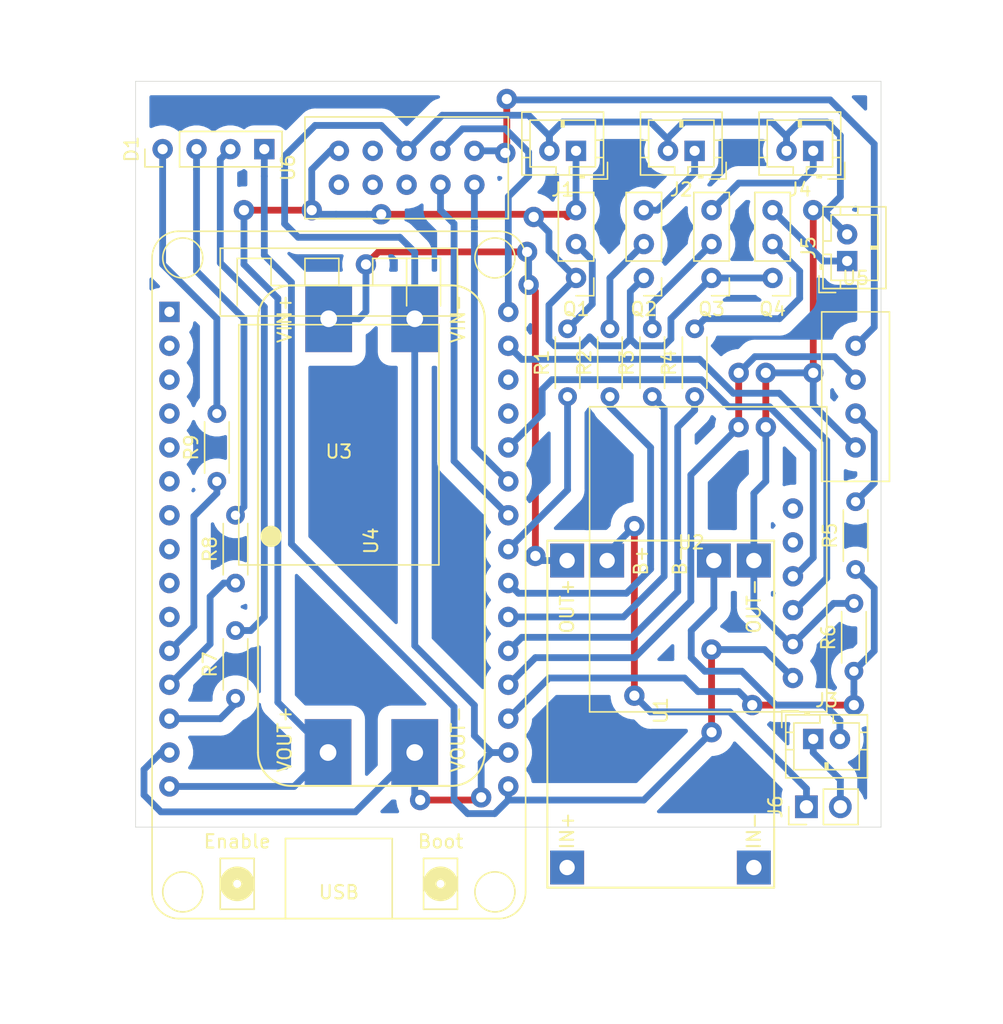
<source format=kicad_pcb>
(kicad_pcb (version 20171130) (host pcbnew "(5.1.10)-1")

  (general
    (thickness 1.6)
    (drawings 4)
    (tracks 306)
    (zones 0)
    (modules 26)
    (nets 55)
  )

  (page A4)
  (layers
    (0 F.Cu signal)
    (31 B.Cu signal)
    (32 B.Adhes user)
    (33 F.Adhes user)
    (34 B.Paste user)
    (35 F.Paste user)
    (36 B.SilkS user)
    (37 F.SilkS user)
    (38 B.Mask user)
    (39 F.Mask user)
    (40 Dwgs.User user)
    (41 Cmts.User user)
    (42 Eco1.User user)
    (43 Eco2.User user)
    (44 Edge.Cuts user)
    (45 Margin user)
    (46 B.CrtYd user)
    (47 F.CrtYd user)
    (48 B.Fab user)
    (49 F.Fab user)
  )

  (setup
    (last_trace_width 0.508)
    (user_trace_width 0.508)
    (trace_clearance 0.2)
    (zone_clearance 1.016)
    (zone_45_only no)
    (trace_min 0.2)
    (via_size 0.8)
    (via_drill 0.4)
    (via_min_size 0.4)
    (via_min_drill 0.3)
    (user_via 1.524 0.762)
    (uvia_size 0.3)
    (uvia_drill 0.1)
    (uvias_allowed no)
    (uvia_min_size 0.2)
    (uvia_min_drill 0.1)
    (edge_width 0.05)
    (segment_width 0.2)
    (pcb_text_width 0.3)
    (pcb_text_size 1.5 1.5)
    (mod_edge_width 0.12)
    (mod_text_size 1 1)
    (mod_text_width 0.15)
    (pad_size 1.524 1.524)
    (pad_drill 0.762)
    (pad_to_mask_clearance 0)
    (aux_axis_origin 0 0)
    (visible_elements 7FFFFFFF)
    (pcbplotparams
      (layerselection 0x010fc_ffffffff)
      (usegerberextensions false)
      (usegerberattributes true)
      (usegerberadvancedattributes true)
      (creategerberjobfile true)
      (excludeedgelayer true)
      (linewidth 0.100000)
      (plotframeref false)
      (viasonmask false)
      (mode 1)
      (useauxorigin false)
      (hpglpennumber 1)
      (hpglpenspeed 20)
      (hpglpendiameter 15.000000)
      (psnegative false)
      (psa4output false)
      (plotreference true)
      (plotvalue true)
      (plotinvisibletext false)
      (padsonsilk false)
      (subtractmaskfromsilk false)
      (outputformat 1)
      (mirror false)
      (drillshape 1)
      (scaleselection 1)
      (outputdirectory ""))
  )

  (net 0 "")
  (net 1 +3V3)
  (net 2 "Net-(D1-Pad3)")
  (net 3 "Net-(D1-Pad2)")
  (net 4 "Net-(D1-Pad1)")
  (net 5 GND)
  (net 6 "Net-(J1-Pad1)")
  (net 7 "Net-(J2-Pad1)")
  (net 8 "Net-(J3-Pad2)")
  (net 9 "Net-(J3-Pad1)")
  (net 10 "Net-(J4-Pad1)")
  (net 11 "Net-(J5-Pad1)")
  (net 12 +9V)
  (net 13 "Net-(Q1-Pad2)")
  (net 14 "Net-(Q2-Pad2)")
  (net 15 "Net-(Q3-Pad2)")
  (net 16 "Net-(Q4-Pad2)")
  (net 17 /M1)
  (net 18 /M2)
  (net 19 /M3)
  (net 20 /M4)
  (net 21 "Net-(R5-Pad2)")
  (net 22 /ECHO)
  (net 23 /LED_B)
  (net 24 /LED_G)
  (net 25 /LED_R)
  (net 26 +3V8)
  (net 27 "Net-(U1-Pad2)")
  (net 28 "Net-(U1-Pad1)")
  (net 29 "Net-(U2-Pad6)")
  (net 30 "Net-(U2-Pad5)")
  (net 31 /SDA)
  (net 32 /SCL)
  (net 33 +5V)
  (net 34 /TRIG)
  (net 35 "Net-(U6-Pad9)")
  (net 36 "Net-(U6-Pad8)")
  (net 37 /SS)
  (net 38 "Net-(U6-Pad5)")
  (net 39 /MOSI)
  (net 40 /SCK)
  (net 41 /MISO)
  (net 42 "Net-(U3-Pad1)")
  (net 43 "Net-(U3-Pad2)")
  (net 44 "Net-(U3-Pad3)")
  (net 45 "Net-(U3-Pad4)")
  (net 46 "Net-(U3-Pad5)")
  (net 47 "Net-(U3-Pad6)")
  (net 48 "Net-(U3-Pad7)")
  (net 49 "Net-(U3-Pad27)")
  (net 50 "Net-(U3-Pad28)")
  (net 51 "Net-(U3-Pad9)")
  (net 52 "Net-(U3-Pad10)")
  (net 53 "Net-(U3-Pad8)")
  (net 54 "Net-(J6-Pad1)")

  (net_class Default "This is the default net class."
    (clearance 0.2)
    (trace_width 0.25)
    (via_dia 0.8)
    (via_drill 0.4)
    (uvia_dia 0.3)
    (uvia_drill 0.1)
    (add_net +3V3)
    (add_net +3V8)
    (add_net +5V)
    (add_net +9V)
    (add_net /ECHO)
    (add_net /LED_B)
    (add_net /LED_G)
    (add_net /LED_R)
    (add_net /M1)
    (add_net /M2)
    (add_net /M3)
    (add_net /M4)
    (add_net /MISO)
    (add_net /MOSI)
    (add_net /SCK)
    (add_net /SCL)
    (add_net /SDA)
    (add_net /SS)
    (add_net /TRIG)
    (add_net GND)
    (add_net "Net-(D1-Pad1)")
    (add_net "Net-(D1-Pad2)")
    (add_net "Net-(D1-Pad3)")
    (add_net "Net-(J1-Pad1)")
    (add_net "Net-(J2-Pad1)")
    (add_net "Net-(J3-Pad1)")
    (add_net "Net-(J3-Pad2)")
    (add_net "Net-(J4-Pad1)")
    (add_net "Net-(J5-Pad1)")
    (add_net "Net-(J6-Pad1)")
    (add_net "Net-(Q1-Pad2)")
    (add_net "Net-(Q2-Pad2)")
    (add_net "Net-(Q3-Pad2)")
    (add_net "Net-(Q4-Pad2)")
    (add_net "Net-(R5-Pad2)")
    (add_net "Net-(U1-Pad1)")
    (add_net "Net-(U1-Pad2)")
    (add_net "Net-(U2-Pad5)")
    (add_net "Net-(U2-Pad6)")
    (add_net "Net-(U3-Pad1)")
    (add_net "Net-(U3-Pad10)")
    (add_net "Net-(U3-Pad2)")
    (add_net "Net-(U3-Pad27)")
    (add_net "Net-(U3-Pad28)")
    (add_net "Net-(U3-Pad3)")
    (add_net "Net-(U3-Pad4)")
    (add_net "Net-(U3-Pad5)")
    (add_net "Net-(U3-Pad6)")
    (add_net "Net-(U3-Pad7)")
    (add_net "Net-(U3-Pad8)")
    (add_net "Net-(U3-Pad9)")
    (add_net "Net-(U6-Pad5)")
    (add_net "Net-(U6-Pad8)")
    (add_net "Net-(U6-Pad9)")
  )

  (module Connector_PinHeader_2.54mm:PinHeader_1x02_P2.54mm_Vertical (layer F.Cu) (tedit 59FED5CC) (tstamp 61CEDD3B)
    (at 151.892 103.124 90)
    (descr "Through hole straight pin header, 1x02, 2.54mm pitch, single row")
    (tags "Through hole pin header THT 1x02 2.54mm single row")
    (path /61F079A1)
    (fp_text reference J6 (at 0 -2.33 90) (layer F.SilkS)
      (effects (font (size 1 1) (thickness 0.15)))
    )
    (fp_text value Conn_01x02_Male (at 0 4.87 90) (layer F.Fab)
      (effects (font (size 1 1) (thickness 0.15)))
    )
    (fp_text user %R (at 0 1.27) (layer F.Fab)
      (effects (font (size 1 1) (thickness 0.15)))
    )
    (fp_line (start -0.635 -1.27) (end 1.27 -1.27) (layer F.Fab) (width 0.1))
    (fp_line (start 1.27 -1.27) (end 1.27 3.81) (layer F.Fab) (width 0.1))
    (fp_line (start 1.27 3.81) (end -1.27 3.81) (layer F.Fab) (width 0.1))
    (fp_line (start -1.27 3.81) (end -1.27 -0.635) (layer F.Fab) (width 0.1))
    (fp_line (start -1.27 -0.635) (end -0.635 -1.27) (layer F.Fab) (width 0.1))
    (fp_line (start -1.33 3.87) (end 1.33 3.87) (layer F.SilkS) (width 0.12))
    (fp_line (start -1.33 1.27) (end -1.33 3.87) (layer F.SilkS) (width 0.12))
    (fp_line (start 1.33 1.27) (end 1.33 3.87) (layer F.SilkS) (width 0.12))
    (fp_line (start -1.33 1.27) (end 1.33 1.27) (layer F.SilkS) (width 0.12))
    (fp_line (start -1.33 0) (end -1.33 -1.33) (layer F.SilkS) (width 0.12))
    (fp_line (start -1.33 -1.33) (end 0 -1.33) (layer F.SilkS) (width 0.12))
    (fp_line (start -1.8 -1.8) (end -1.8 4.35) (layer F.CrtYd) (width 0.05))
    (fp_line (start -1.8 4.35) (end 1.8 4.35) (layer F.CrtYd) (width 0.05))
    (fp_line (start 1.8 4.35) (end 1.8 -1.8) (layer F.CrtYd) (width 0.05))
    (fp_line (start 1.8 -1.8) (end -1.8 -1.8) (layer F.CrtYd) (width 0.05))
    (pad 2 thru_hole oval (at 0 2.54 90) (size 1.7 1.7) (drill 1) (layers *.Cu *.Mask)
      (net 9 "Net-(J3-Pad1)"))
    (pad 1 thru_hole rect (at 0 0 90) (size 1.7 1.7) (drill 1) (layers *.Cu *.Mask)
      (net 54 "Net-(J6-Pad1)"))
    (model ${KISYS3DMOD}/Connector_PinHeader_2.54mm.3dshapes/PinHeader_1x02_P2.54mm_Vertical.wrl
      (at (xyz 0 0 0))
      (scale (xyz 1 1 1))
      (rotate (xyz 0 0 0))
    )
  )

  (module drone:JST_PH_B2B-PH-K_1x02_P2.00mm_Vertical (layer F.Cu) (tedit 61CF5545) (tstamp 61CDCF36)
    (at 154.94 62.23 90)
    (descr "JST PH series connector, B2B-PH-K (http://www.jst-mfg.com/product/pdf/eng/ePH.pdf), generated with kicad-footprint-generator")
    (tags "connector JST PH side entry")
    (path /61CEE6FB)
    (fp_text reference J5 (at 1 -2.9 90) (layer F.SilkS)
      (effects (font (size 1 1) (thickness 0.15)))
    )
    (fp_text value Conn_01x02_Male (at 1 4 90) (layer F.Fab)
      (effects (font (size 1 1) (thickness 0.15)))
    )
    (fp_text user %R (at 1 1.5 90) (layer F.Fab)
      (effects (font (size 1 1) (thickness 0.15)))
    )
    (fp_line (start -2.06 -1.81) (end -2.06 2.91) (layer F.SilkS) (width 0.12))
    (fp_line (start -2.06 2.91) (end 4.06 2.91) (layer F.SilkS) (width 0.12))
    (fp_line (start 4.06 2.91) (end 4.06 -1.81) (layer F.SilkS) (width 0.12))
    (fp_line (start 4.06 -1.81) (end -2.06 -1.81) (layer F.SilkS) (width 0.12))
    (fp_line (start -0.3 -1.81) (end -0.3 -2.01) (layer F.SilkS) (width 0.12))
    (fp_line (start -0.3 -2.01) (end -0.6 -2.01) (layer F.SilkS) (width 0.12))
    (fp_line (start -0.6 -2.01) (end -0.6 -1.81) (layer F.SilkS) (width 0.12))
    (fp_line (start -0.3 -1.91) (end -0.6 -1.91) (layer F.SilkS) (width 0.12))
    (fp_line (start 0.5 -1.81) (end 0.5 -1.2) (layer F.SilkS) (width 0.12))
    (fp_line (start 0.5 -1.2) (end -1.45 -1.2) (layer F.SilkS) (width 0.12))
    (fp_line (start -1.45 -1.2) (end -1.45 2.3) (layer F.SilkS) (width 0.12))
    (fp_line (start -1.45 2.3) (end 3.45 2.3) (layer F.SilkS) (width 0.12))
    (fp_line (start 3.45 2.3) (end 3.45 -1.2) (layer F.SilkS) (width 0.12))
    (fp_line (start 3.45 -1.2) (end 1.5 -1.2) (layer F.SilkS) (width 0.12))
    (fp_line (start 1.5 -1.2) (end 1.5 -1.81) (layer F.SilkS) (width 0.12))
    (fp_line (start -2.06 -0.5) (end -1.45 -0.5) (layer F.SilkS) (width 0.12))
    (fp_line (start -2.06 0.8) (end -1.45 0.8) (layer F.SilkS) (width 0.12))
    (fp_line (start 4.06 -0.5) (end 3.45 -0.5) (layer F.SilkS) (width 0.12))
    (fp_line (start 4.06 0.8) (end 3.45 0.8) (layer F.SilkS) (width 0.12))
    (fp_line (start 0.9 2.3) (end 0.9 1.8) (layer F.SilkS) (width 0.12))
    (fp_line (start 0.9 1.8) (end 1.1 1.8) (layer F.SilkS) (width 0.12))
    (fp_line (start 1.1 1.8) (end 1.1 2.3) (layer F.SilkS) (width 0.12))
    (fp_line (start 1 2.3) (end 1 1.8) (layer F.SilkS) (width 0.12))
    (fp_line (start -1.11 -2.11) (end -2.36 -2.11) (layer F.SilkS) (width 0.12))
    (fp_line (start -2.36 -2.11) (end -2.36 -0.86) (layer F.SilkS) (width 0.12))
    (fp_line (start -1.11 -2.11) (end -2.36 -2.11) (layer F.Fab) (width 0.1))
    (fp_line (start -2.36 -2.11) (end -2.36 -0.86) (layer F.Fab) (width 0.1))
    (fp_line (start -1.95 -1.7) (end -1.95 2.8) (layer F.Fab) (width 0.1))
    (fp_line (start -1.95 2.8) (end 3.95 2.8) (layer F.Fab) (width 0.1))
    (fp_line (start 3.95 2.8) (end 3.95 -1.7) (layer F.Fab) (width 0.1))
    (fp_line (start 3.95 -1.7) (end -1.95 -1.7) (layer F.Fab) (width 0.1))
    (fp_line (start -2.45 -2.2) (end -2.45 3.3) (layer F.CrtYd) (width 0.05))
    (fp_line (start -2.45 3.3) (end 4.45 3.3) (layer F.CrtYd) (width 0.05))
    (fp_line (start 4.45 3.3) (end 4.45 -2.2) (layer F.CrtYd) (width 0.05))
    (fp_line (start 4.45 -2.2) (end -2.45 -2.2) (layer F.CrtYd) (width 0.05))
    (pad 2 thru_hole oval (at 2 0 90) (size 1.524 1.524) (drill 0.762) (layers *.Cu *.Mask)
      (net 5 GND))
    (pad 1 thru_hole rect (at 0 0 90) (size 1.524 1.524) (drill 0.762) (layers *.Cu *.Mask)
      (net 11 "Net-(J5-Pad1)"))
    (model ${KISYS3DMOD}/Connector_JST.3dshapes/JST_PH_B2B-PH-K_1x02_P2.00mm_Vertical.wrl
      (at (xyz 0 0 0))
      (scale (xyz 1 1 1))
      (rotate (xyz 0 0 0))
    )
  )

  (module drone:JST_PH_B2B-PH-K_1x02_P2.00mm_Vertical (layer F.Cu) (tedit 61CF5545) (tstamp 61CDCF0C)
    (at 152.4 53.975 180)
    (descr "JST PH series connector, B2B-PH-K (http://www.jst-mfg.com/product/pdf/eng/ePH.pdf), generated with kicad-footprint-generator")
    (tags "connector JST PH side entry")
    (path /61CEDC3C)
    (fp_text reference J4 (at 1 -2.9) (layer F.SilkS)
      (effects (font (size 1 1) (thickness 0.15)))
    )
    (fp_text value Conn_01x02_Male (at 1 4) (layer F.Fab)
      (effects (font (size 1 1) (thickness 0.15)))
    )
    (fp_text user %R (at 1 1.5) (layer F.Fab)
      (effects (font (size 1 1) (thickness 0.15)))
    )
    (fp_line (start -2.06 -1.81) (end -2.06 2.91) (layer F.SilkS) (width 0.12))
    (fp_line (start -2.06 2.91) (end 4.06 2.91) (layer F.SilkS) (width 0.12))
    (fp_line (start 4.06 2.91) (end 4.06 -1.81) (layer F.SilkS) (width 0.12))
    (fp_line (start 4.06 -1.81) (end -2.06 -1.81) (layer F.SilkS) (width 0.12))
    (fp_line (start -0.3 -1.81) (end -0.3 -2.01) (layer F.SilkS) (width 0.12))
    (fp_line (start -0.3 -2.01) (end -0.6 -2.01) (layer F.SilkS) (width 0.12))
    (fp_line (start -0.6 -2.01) (end -0.6 -1.81) (layer F.SilkS) (width 0.12))
    (fp_line (start -0.3 -1.91) (end -0.6 -1.91) (layer F.SilkS) (width 0.12))
    (fp_line (start 0.5 -1.81) (end 0.5 -1.2) (layer F.SilkS) (width 0.12))
    (fp_line (start 0.5 -1.2) (end -1.45 -1.2) (layer F.SilkS) (width 0.12))
    (fp_line (start -1.45 -1.2) (end -1.45 2.3) (layer F.SilkS) (width 0.12))
    (fp_line (start -1.45 2.3) (end 3.45 2.3) (layer F.SilkS) (width 0.12))
    (fp_line (start 3.45 2.3) (end 3.45 -1.2) (layer F.SilkS) (width 0.12))
    (fp_line (start 3.45 -1.2) (end 1.5 -1.2) (layer F.SilkS) (width 0.12))
    (fp_line (start 1.5 -1.2) (end 1.5 -1.81) (layer F.SilkS) (width 0.12))
    (fp_line (start -2.06 -0.5) (end -1.45 -0.5) (layer F.SilkS) (width 0.12))
    (fp_line (start -2.06 0.8) (end -1.45 0.8) (layer F.SilkS) (width 0.12))
    (fp_line (start 4.06 -0.5) (end 3.45 -0.5) (layer F.SilkS) (width 0.12))
    (fp_line (start 4.06 0.8) (end 3.45 0.8) (layer F.SilkS) (width 0.12))
    (fp_line (start 0.9 2.3) (end 0.9 1.8) (layer F.SilkS) (width 0.12))
    (fp_line (start 0.9 1.8) (end 1.1 1.8) (layer F.SilkS) (width 0.12))
    (fp_line (start 1.1 1.8) (end 1.1 2.3) (layer F.SilkS) (width 0.12))
    (fp_line (start 1 2.3) (end 1 1.8) (layer F.SilkS) (width 0.12))
    (fp_line (start -1.11 -2.11) (end -2.36 -2.11) (layer F.SilkS) (width 0.12))
    (fp_line (start -2.36 -2.11) (end -2.36 -0.86) (layer F.SilkS) (width 0.12))
    (fp_line (start -1.11 -2.11) (end -2.36 -2.11) (layer F.Fab) (width 0.1))
    (fp_line (start -2.36 -2.11) (end -2.36 -0.86) (layer F.Fab) (width 0.1))
    (fp_line (start -1.95 -1.7) (end -1.95 2.8) (layer F.Fab) (width 0.1))
    (fp_line (start -1.95 2.8) (end 3.95 2.8) (layer F.Fab) (width 0.1))
    (fp_line (start 3.95 2.8) (end 3.95 -1.7) (layer F.Fab) (width 0.1))
    (fp_line (start 3.95 -1.7) (end -1.95 -1.7) (layer F.Fab) (width 0.1))
    (fp_line (start -2.45 -2.2) (end -2.45 3.3) (layer F.CrtYd) (width 0.05))
    (fp_line (start -2.45 3.3) (end 4.45 3.3) (layer F.CrtYd) (width 0.05))
    (fp_line (start 4.45 3.3) (end 4.45 -2.2) (layer F.CrtYd) (width 0.05))
    (fp_line (start 4.45 -2.2) (end -2.45 -2.2) (layer F.CrtYd) (width 0.05))
    (pad 2 thru_hole oval (at 2 0 180) (size 1.524 1.524) (drill 0.762) (layers *.Cu *.Mask)
      (net 5 GND))
    (pad 1 thru_hole rect (at 0 0 180) (size 1.524 1.524) (drill 0.762) (layers *.Cu *.Mask)
      (net 10 "Net-(J4-Pad1)"))
    (model ${KISYS3DMOD}/Connector_JST.3dshapes/JST_PH_B2B-PH-K_1x02_P2.00mm_Vertical.wrl
      (at (xyz 0 0 0))
      (scale (xyz 1 1 1))
      (rotate (xyz 0 0 0))
    )
  )

  (module drone:JST_PH_B2B-PH-K_1x02_P2.00mm_Vertical (layer F.Cu) (tedit 61CF5545) (tstamp 61CEE2E4)
    (at 152.4 98.044)
    (descr "JST PH series connector, B2B-PH-K (http://www.jst-mfg.com/product/pdf/eng/ePH.pdf), generated with kicad-footprint-generator")
    (tags "connector JST PH side entry")
    (path /61CDBEBB)
    (fp_text reference J3 (at 1 -2.9) (layer F.SilkS)
      (effects (font (size 1 1) (thickness 0.15)))
    )
    (fp_text value Conn_01x02_Male (at 1 4) (layer F.Fab)
      (effects (font (size 1 1) (thickness 0.15)))
    )
    (fp_text user %R (at 1 1.5) (layer F.Fab)
      (effects (font (size 1 1) (thickness 0.15)))
    )
    (fp_line (start -2.06 -1.81) (end -2.06 2.91) (layer F.SilkS) (width 0.12))
    (fp_line (start -2.06 2.91) (end 4.06 2.91) (layer F.SilkS) (width 0.12))
    (fp_line (start 4.06 2.91) (end 4.06 -1.81) (layer F.SilkS) (width 0.12))
    (fp_line (start 4.06 -1.81) (end -2.06 -1.81) (layer F.SilkS) (width 0.12))
    (fp_line (start -0.3 -1.81) (end -0.3 -2.01) (layer F.SilkS) (width 0.12))
    (fp_line (start -0.3 -2.01) (end -0.6 -2.01) (layer F.SilkS) (width 0.12))
    (fp_line (start -0.6 -2.01) (end -0.6 -1.81) (layer F.SilkS) (width 0.12))
    (fp_line (start -0.3 -1.91) (end -0.6 -1.91) (layer F.SilkS) (width 0.12))
    (fp_line (start 0.5 -1.81) (end 0.5 -1.2) (layer F.SilkS) (width 0.12))
    (fp_line (start 0.5 -1.2) (end -1.45 -1.2) (layer F.SilkS) (width 0.12))
    (fp_line (start -1.45 -1.2) (end -1.45 2.3) (layer F.SilkS) (width 0.12))
    (fp_line (start -1.45 2.3) (end 3.45 2.3) (layer F.SilkS) (width 0.12))
    (fp_line (start 3.45 2.3) (end 3.45 -1.2) (layer F.SilkS) (width 0.12))
    (fp_line (start 3.45 -1.2) (end 1.5 -1.2) (layer F.SilkS) (width 0.12))
    (fp_line (start 1.5 -1.2) (end 1.5 -1.81) (layer F.SilkS) (width 0.12))
    (fp_line (start -2.06 -0.5) (end -1.45 -0.5) (layer F.SilkS) (width 0.12))
    (fp_line (start -2.06 0.8) (end -1.45 0.8) (layer F.SilkS) (width 0.12))
    (fp_line (start 4.06 -0.5) (end 3.45 -0.5) (layer F.SilkS) (width 0.12))
    (fp_line (start 4.06 0.8) (end 3.45 0.8) (layer F.SilkS) (width 0.12))
    (fp_line (start 0.9 2.3) (end 0.9 1.8) (layer F.SilkS) (width 0.12))
    (fp_line (start 0.9 1.8) (end 1.1 1.8) (layer F.SilkS) (width 0.12))
    (fp_line (start 1.1 1.8) (end 1.1 2.3) (layer F.SilkS) (width 0.12))
    (fp_line (start 1 2.3) (end 1 1.8) (layer F.SilkS) (width 0.12))
    (fp_line (start -1.11 -2.11) (end -2.36 -2.11) (layer F.SilkS) (width 0.12))
    (fp_line (start -2.36 -2.11) (end -2.36 -0.86) (layer F.SilkS) (width 0.12))
    (fp_line (start -1.11 -2.11) (end -2.36 -2.11) (layer F.Fab) (width 0.1))
    (fp_line (start -2.36 -2.11) (end -2.36 -0.86) (layer F.Fab) (width 0.1))
    (fp_line (start -1.95 -1.7) (end -1.95 2.8) (layer F.Fab) (width 0.1))
    (fp_line (start -1.95 2.8) (end 3.95 2.8) (layer F.Fab) (width 0.1))
    (fp_line (start 3.95 2.8) (end 3.95 -1.7) (layer F.Fab) (width 0.1))
    (fp_line (start 3.95 -1.7) (end -1.95 -1.7) (layer F.Fab) (width 0.1))
    (fp_line (start -2.45 -2.2) (end -2.45 3.3) (layer F.CrtYd) (width 0.05))
    (fp_line (start -2.45 3.3) (end 4.45 3.3) (layer F.CrtYd) (width 0.05))
    (fp_line (start 4.45 3.3) (end 4.45 -2.2) (layer F.CrtYd) (width 0.05))
    (fp_line (start 4.45 -2.2) (end -2.45 -2.2) (layer F.CrtYd) (width 0.05))
    (pad 2 thru_hole oval (at 2 0) (size 1.524 1.524) (drill 0.762) (layers *.Cu *.Mask)
      (net 8 "Net-(J3-Pad2)"))
    (pad 1 thru_hole rect (at 0 0) (size 1.524 1.524) (drill 0.762) (layers *.Cu *.Mask)
      (net 9 "Net-(J3-Pad1)"))
    (model ${KISYS3DMOD}/Connector_JST.3dshapes/JST_PH_B2B-PH-K_1x02_P2.00mm_Vertical.wrl
      (at (xyz 0 0 0))
      (scale (xyz 1 1 1))
      (rotate (xyz 0 0 0))
    )
  )

  (module drone:JST_PH_B2B-PH-K_1x02_P2.00mm_Vertical (layer F.Cu) (tedit 61CF5545) (tstamp 61CFC31E)
    (at 143.51 53.975 180)
    (descr "JST PH series connector, B2B-PH-K (http://www.jst-mfg.com/product/pdf/eng/ePH.pdf), generated with kicad-footprint-generator")
    (tags "connector JST PH side entry")
    (path /61CED11D)
    (fp_text reference J2 (at 1 -2.9) (layer F.SilkS)
      (effects (font (size 1 1) (thickness 0.15)))
    )
    (fp_text value Conn_01x02_Male (at 1 4) (layer F.Fab)
      (effects (font (size 1 1) (thickness 0.15)))
    )
    (fp_text user %R (at 1 1.5) (layer F.Fab)
      (effects (font (size 1 1) (thickness 0.15)))
    )
    (fp_line (start -2.06 -1.81) (end -2.06 2.91) (layer F.SilkS) (width 0.12))
    (fp_line (start -2.06 2.91) (end 4.06 2.91) (layer F.SilkS) (width 0.12))
    (fp_line (start 4.06 2.91) (end 4.06 -1.81) (layer F.SilkS) (width 0.12))
    (fp_line (start 4.06 -1.81) (end -2.06 -1.81) (layer F.SilkS) (width 0.12))
    (fp_line (start -0.3 -1.81) (end -0.3 -2.01) (layer F.SilkS) (width 0.12))
    (fp_line (start -0.3 -2.01) (end -0.6 -2.01) (layer F.SilkS) (width 0.12))
    (fp_line (start -0.6 -2.01) (end -0.6 -1.81) (layer F.SilkS) (width 0.12))
    (fp_line (start -0.3 -1.91) (end -0.6 -1.91) (layer F.SilkS) (width 0.12))
    (fp_line (start 0.5 -1.81) (end 0.5 -1.2) (layer F.SilkS) (width 0.12))
    (fp_line (start 0.5 -1.2) (end -1.45 -1.2) (layer F.SilkS) (width 0.12))
    (fp_line (start -1.45 -1.2) (end -1.45 2.3) (layer F.SilkS) (width 0.12))
    (fp_line (start -1.45 2.3) (end 3.45 2.3) (layer F.SilkS) (width 0.12))
    (fp_line (start 3.45 2.3) (end 3.45 -1.2) (layer F.SilkS) (width 0.12))
    (fp_line (start 3.45 -1.2) (end 1.5 -1.2) (layer F.SilkS) (width 0.12))
    (fp_line (start 1.5 -1.2) (end 1.5 -1.81) (layer F.SilkS) (width 0.12))
    (fp_line (start -2.06 -0.5) (end -1.45 -0.5) (layer F.SilkS) (width 0.12))
    (fp_line (start -2.06 0.8) (end -1.45 0.8) (layer F.SilkS) (width 0.12))
    (fp_line (start 4.06 -0.5) (end 3.45 -0.5) (layer F.SilkS) (width 0.12))
    (fp_line (start 4.06 0.8) (end 3.45 0.8) (layer F.SilkS) (width 0.12))
    (fp_line (start 0.9 2.3) (end 0.9 1.8) (layer F.SilkS) (width 0.12))
    (fp_line (start 0.9 1.8) (end 1.1 1.8) (layer F.SilkS) (width 0.12))
    (fp_line (start 1.1 1.8) (end 1.1 2.3) (layer F.SilkS) (width 0.12))
    (fp_line (start 1 2.3) (end 1 1.8) (layer F.SilkS) (width 0.12))
    (fp_line (start -1.11 -2.11) (end -2.36 -2.11) (layer F.SilkS) (width 0.12))
    (fp_line (start -2.36 -2.11) (end -2.36 -0.86) (layer F.SilkS) (width 0.12))
    (fp_line (start -1.11 -2.11) (end -2.36 -2.11) (layer F.Fab) (width 0.1))
    (fp_line (start -2.36 -2.11) (end -2.36 -0.86) (layer F.Fab) (width 0.1))
    (fp_line (start -1.95 -1.7) (end -1.95 2.8) (layer F.Fab) (width 0.1))
    (fp_line (start -1.95 2.8) (end 3.95 2.8) (layer F.Fab) (width 0.1))
    (fp_line (start 3.95 2.8) (end 3.95 -1.7) (layer F.Fab) (width 0.1))
    (fp_line (start 3.95 -1.7) (end -1.95 -1.7) (layer F.Fab) (width 0.1))
    (fp_line (start -2.45 -2.2) (end -2.45 3.3) (layer F.CrtYd) (width 0.05))
    (fp_line (start -2.45 3.3) (end 4.45 3.3) (layer F.CrtYd) (width 0.05))
    (fp_line (start 4.45 3.3) (end 4.45 -2.2) (layer F.CrtYd) (width 0.05))
    (fp_line (start 4.45 -2.2) (end -2.45 -2.2) (layer F.CrtYd) (width 0.05))
    (pad 2 thru_hole oval (at 2 0 180) (size 1.524 1.524) (drill 0.762) (layers *.Cu *.Mask)
      (net 5 GND))
    (pad 1 thru_hole rect (at 0 0 180) (size 1.524 1.524) (drill 0.762) (layers *.Cu *.Mask)
      (net 7 "Net-(J2-Pad1)"))
    (model ${KISYS3DMOD}/Connector_JST.3dshapes/JST_PH_B2B-PH-K_1x02_P2.00mm_Vertical.wrl
      (at (xyz 0 0 0))
      (scale (xyz 1 1 1))
      (rotate (xyz 0 0 0))
    )
  )

  (module drone:JST_PH_B2B-PH-K_1x02_P2.00mm_Vertical (layer F.Cu) (tedit 61CF5545) (tstamp 61CDCE8E)
    (at 134.62 53.975 180)
    (descr "JST PH series connector, B2B-PH-K (http://www.jst-mfg.com/product/pdf/eng/ePH.pdf), generated with kicad-footprint-generator")
    (tags "connector JST PH side entry")
    (path /61CD1DFF)
    (fp_text reference J1 (at 1 -2.9) (layer F.SilkS)
      (effects (font (size 1 1) (thickness 0.15)))
    )
    (fp_text value Conn_01x02_Male (at 1 4) (layer F.Fab)
      (effects (font (size 1 1) (thickness 0.15)))
    )
    (fp_text user %R (at 1 1.5) (layer F.Fab)
      (effects (font (size 1 1) (thickness 0.15)))
    )
    (fp_line (start -2.06 -1.81) (end -2.06 2.91) (layer F.SilkS) (width 0.12))
    (fp_line (start -2.06 2.91) (end 4.06 2.91) (layer F.SilkS) (width 0.12))
    (fp_line (start 4.06 2.91) (end 4.06 -1.81) (layer F.SilkS) (width 0.12))
    (fp_line (start 4.06 -1.81) (end -2.06 -1.81) (layer F.SilkS) (width 0.12))
    (fp_line (start -0.3 -1.81) (end -0.3 -2.01) (layer F.SilkS) (width 0.12))
    (fp_line (start -0.3 -2.01) (end -0.6 -2.01) (layer F.SilkS) (width 0.12))
    (fp_line (start -0.6 -2.01) (end -0.6 -1.81) (layer F.SilkS) (width 0.12))
    (fp_line (start -0.3 -1.91) (end -0.6 -1.91) (layer F.SilkS) (width 0.12))
    (fp_line (start 0.5 -1.81) (end 0.5 -1.2) (layer F.SilkS) (width 0.12))
    (fp_line (start 0.5 -1.2) (end -1.45 -1.2) (layer F.SilkS) (width 0.12))
    (fp_line (start -1.45 -1.2) (end -1.45 2.3) (layer F.SilkS) (width 0.12))
    (fp_line (start -1.45 2.3) (end 3.45 2.3) (layer F.SilkS) (width 0.12))
    (fp_line (start 3.45 2.3) (end 3.45 -1.2) (layer F.SilkS) (width 0.12))
    (fp_line (start 3.45 -1.2) (end 1.5 -1.2) (layer F.SilkS) (width 0.12))
    (fp_line (start 1.5 -1.2) (end 1.5 -1.81) (layer F.SilkS) (width 0.12))
    (fp_line (start -2.06 -0.5) (end -1.45 -0.5) (layer F.SilkS) (width 0.12))
    (fp_line (start -2.06 0.8) (end -1.45 0.8) (layer F.SilkS) (width 0.12))
    (fp_line (start 4.06 -0.5) (end 3.45 -0.5) (layer F.SilkS) (width 0.12))
    (fp_line (start 4.06 0.8) (end 3.45 0.8) (layer F.SilkS) (width 0.12))
    (fp_line (start 0.9 2.3) (end 0.9 1.8) (layer F.SilkS) (width 0.12))
    (fp_line (start 0.9 1.8) (end 1.1 1.8) (layer F.SilkS) (width 0.12))
    (fp_line (start 1.1 1.8) (end 1.1 2.3) (layer F.SilkS) (width 0.12))
    (fp_line (start 1 2.3) (end 1 1.8) (layer F.SilkS) (width 0.12))
    (fp_line (start -1.11 -2.11) (end -2.36 -2.11) (layer F.SilkS) (width 0.12))
    (fp_line (start -2.36 -2.11) (end -2.36 -0.86) (layer F.SilkS) (width 0.12))
    (fp_line (start -1.11 -2.11) (end -2.36 -2.11) (layer F.Fab) (width 0.1))
    (fp_line (start -2.36 -2.11) (end -2.36 -0.86) (layer F.Fab) (width 0.1))
    (fp_line (start -1.95 -1.7) (end -1.95 2.8) (layer F.Fab) (width 0.1))
    (fp_line (start -1.95 2.8) (end 3.95 2.8) (layer F.Fab) (width 0.1))
    (fp_line (start 3.95 2.8) (end 3.95 -1.7) (layer F.Fab) (width 0.1))
    (fp_line (start 3.95 -1.7) (end -1.95 -1.7) (layer F.Fab) (width 0.1))
    (fp_line (start -2.45 -2.2) (end -2.45 3.3) (layer F.CrtYd) (width 0.05))
    (fp_line (start -2.45 3.3) (end 4.45 3.3) (layer F.CrtYd) (width 0.05))
    (fp_line (start 4.45 3.3) (end 4.45 -2.2) (layer F.CrtYd) (width 0.05))
    (fp_line (start 4.45 -2.2) (end -2.45 -2.2) (layer F.CrtYd) (width 0.05))
    (pad 2 thru_hole oval (at 2 0 180) (size 1.524 1.524) (drill 0.762) (layers *.Cu *.Mask)
      (net 5 GND))
    (pad 1 thru_hole rect (at 0 0 180) (size 1.524 1.524) (drill 0.762) (layers *.Cu *.Mask)
      (net 6 "Net-(J1-Pad1)"))
    (model ${KISYS3DMOD}/Connector_JST.3dshapes/JST_PH_B2B-PH-K_1x02_P2.00mm_Vertical.wrl
      (at (xyz 0 0 0))
      (scale (xyz 1 1 1))
      (rotate (xyz 0 0 0))
    )
  )

  (module drone:PinHeader_1x04_P2.54mm_Vertical (layer F.Cu) (tedit 61CF5134) (tstamp 61CDCE64)
    (at 103.632 53.848 90)
    (descr "Through hole straight pin header, 1x04, 2.54mm pitch, single row")
    (tags "Through hole pin header THT 1x04 2.54mm single row")
    (path /61D5C28D)
    (fp_text reference D1 (at 0 -2.33 90) (layer F.SilkS)
      (effects (font (size 1 1) (thickness 0.15)))
    )
    (fp_text value LED_RGBA (at 0 9.95 90) (layer F.Fab)
      (effects (font (size 1 1) (thickness 0.15)))
    )
    (fp_text user %R (at 0 3.81) (layer F.Fab)
      (effects (font (size 1 1) (thickness 0.15)))
    )
    (fp_line (start -0.635 -1.27) (end 1.27 -1.27) (layer F.Fab) (width 0.1))
    (fp_line (start 1.27 -1.27) (end 1.27 8.89) (layer F.Fab) (width 0.1))
    (fp_line (start 1.27 8.89) (end -1.27 8.89) (layer F.Fab) (width 0.1))
    (fp_line (start -1.27 8.89) (end -1.27 -0.635) (layer F.Fab) (width 0.1))
    (fp_line (start -1.27 -0.635) (end -0.635 -1.27) (layer F.Fab) (width 0.1))
    (fp_line (start -1.33 8.95) (end 1.33 8.95) (layer F.SilkS) (width 0.12))
    (fp_line (start -1.33 1.27) (end -1.33 8.95) (layer F.SilkS) (width 0.12))
    (fp_line (start 1.33 1.27) (end 1.33 8.95) (layer F.SilkS) (width 0.12))
    (fp_line (start -1.33 1.27) (end 1.33 1.27) (layer F.SilkS) (width 0.12))
    (fp_line (start -1.33 0) (end -1.33 -1.33) (layer F.SilkS) (width 0.12))
    (fp_line (start -1.33 -1.33) (end 0 -1.33) (layer F.SilkS) (width 0.12))
    (fp_line (start -1.8 -1.8) (end -1.8 9.4) (layer F.CrtYd) (width 0.05))
    (fp_line (start -1.8 9.4) (end 1.8 9.4) (layer F.CrtYd) (width 0.05))
    (fp_line (start 1.8 9.4) (end 1.8 -1.8) (layer F.CrtYd) (width 0.05))
    (fp_line (start 1.8 -1.8) (end -1.8 -1.8) (layer F.CrtYd) (width 0.05))
    (pad 4 thru_hole rect (at 0 7.62 90) (size 1.524 1.524) (drill 0.762) (layers *.Cu *.Mask)
      (net 1 +3V3))
    (pad 3 thru_hole circle (at 0 5.08 90) (size 1.524 1.524) (drill 0.762) (layers *.Cu *.Mask)
      (net 2 "Net-(D1-Pad3)"))
    (pad 2 thru_hole circle (at 0 2.54 90) (size 1.524 1.524) (drill 0.762) (layers *.Cu *.Mask)
      (net 3 "Net-(D1-Pad2)"))
    (pad 1 thru_hole circle (at 0 0 90) (size 1.524 1.524) (drill 0.762) (layers *.Cu *.Mask)
      (net 4 "Net-(D1-Pad1)"))
    (model ${KISYS3DMOD}/Connector_PinHeader_2.54mm.3dshapes/PinHeader_1x04_P2.54mm_Vertical.wrl
      (at (xyz 0 0 0))
      (scale (xyz 1 1 1))
      (rotate (xyz 0 0 0))
    )
  )

  (module drone:PinHeader_1x03_P2.54mm_Vertical (layer F.Cu) (tedit 61CF4E7A) (tstamp 61CE6765)
    (at 149.352 63.5 180)
    (descr "Through hole straight pin header, 1x03, 2.54mm pitch, single row")
    (tags "Through hole pin header THT 1x03 2.54mm single row")
    (path /61CD13DA)
    (fp_text reference Q4 (at 0 -2.33) (layer F.SilkS)
      (effects (font (size 1 1) (thickness 0.15)))
    )
    (fp_text value BC337 (at 0 7.41) (layer F.Fab)
      (effects (font (size 1 1) (thickness 0.15)))
    )
    (fp_text user %R (at 0 2.54 90) (layer F.Fab)
      (effects (font (size 1 1) (thickness 0.15)))
    )
    (fp_line (start -0.635 -1.27) (end 1.27 -1.27) (layer F.Fab) (width 0.1))
    (fp_line (start 1.27 -1.27) (end 1.27 6.35) (layer F.Fab) (width 0.1))
    (fp_line (start 1.27 6.35) (end -1.27 6.35) (layer F.Fab) (width 0.1))
    (fp_line (start -1.27 6.35) (end -1.27 -0.635) (layer F.Fab) (width 0.1))
    (fp_line (start -1.27 -0.635) (end -0.635 -1.27) (layer F.Fab) (width 0.1))
    (fp_line (start -1.33 6.41) (end 1.33 6.41) (layer F.SilkS) (width 0.12))
    (fp_line (start -1.33 1.27) (end -1.33 6.41) (layer F.SilkS) (width 0.12))
    (fp_line (start 1.33 1.27) (end 1.33 6.41) (layer F.SilkS) (width 0.12))
    (fp_line (start -1.33 1.27) (end 1.33 1.27) (layer F.SilkS) (width 0.12))
    (fp_line (start -1.33 0) (end -1.33 -1.33) (layer F.SilkS) (width 0.12))
    (fp_line (start -1.33 -1.33) (end 0 -1.33) (layer F.SilkS) (width 0.12))
    (fp_line (start -1.8 -1.8) (end -1.8 6.85) (layer F.CrtYd) (width 0.05))
    (fp_line (start -1.8 6.85) (end 1.8 6.85) (layer F.CrtYd) (width 0.05))
    (fp_line (start 1.8 6.85) (end 1.8 -1.8) (layer F.CrtYd) (width 0.05))
    (fp_line (start 1.8 -1.8) (end -1.8 -1.8) (layer F.CrtYd) (width 0.05))
    (pad 3 thru_hole circle (at 0 5.08 180) (size 1.524 1.524) (drill 0.762) (layers *.Cu *.Mask)
      (net 11 "Net-(J5-Pad1)"))
    (pad 2 thru_hole circle (at 0 2.54 180) (size 1.524 1.524) (drill 0.762) (layers *.Cu *.Mask)
      (net 16 "Net-(Q4-Pad2)"))
    (pad 1 thru_hole circle (at 0 0 180) (size 1.524 1.524) (drill 0.762) (layers *.Cu *.Mask)
      (net 12 +9V))
    (model ${KISYS3DMOD}/Connector_PinHeader_2.54mm.3dshapes/PinHeader_1x03_P2.54mm_Vertical.wrl
      (at (xyz 0 0 0))
      (scale (xyz 1 1 1))
      (rotate (xyz 0 0 0))
    )
  )

  (module drone:PinHeader_1x03_P2.54mm_Vertical (layer F.Cu) (tedit 61CF4E7A) (tstamp 61CFC5B2)
    (at 144.78 63.5 180)
    (descr "Through hole straight pin header, 1x03, 2.54mm pitch, single row")
    (tags "Through hole pin header THT 1x03 2.54mm single row")
    (path /61CD0ADC)
    (fp_text reference Q3 (at 0 -2.33) (layer F.SilkS)
      (effects (font (size 1 1) (thickness 0.15)))
    )
    (fp_text value BC337 (at 0 7.41) (layer F.Fab)
      (effects (font (size 1 1) (thickness 0.15)))
    )
    (fp_text user %R (at 0 2.54 90) (layer F.Fab)
      (effects (font (size 1 1) (thickness 0.15)))
    )
    (fp_line (start -0.635 -1.27) (end 1.27 -1.27) (layer F.Fab) (width 0.1))
    (fp_line (start 1.27 -1.27) (end 1.27 6.35) (layer F.Fab) (width 0.1))
    (fp_line (start 1.27 6.35) (end -1.27 6.35) (layer F.Fab) (width 0.1))
    (fp_line (start -1.27 6.35) (end -1.27 -0.635) (layer F.Fab) (width 0.1))
    (fp_line (start -1.27 -0.635) (end -0.635 -1.27) (layer F.Fab) (width 0.1))
    (fp_line (start -1.33 6.41) (end 1.33 6.41) (layer F.SilkS) (width 0.12))
    (fp_line (start -1.33 1.27) (end -1.33 6.41) (layer F.SilkS) (width 0.12))
    (fp_line (start 1.33 1.27) (end 1.33 6.41) (layer F.SilkS) (width 0.12))
    (fp_line (start -1.33 1.27) (end 1.33 1.27) (layer F.SilkS) (width 0.12))
    (fp_line (start -1.33 0) (end -1.33 -1.33) (layer F.SilkS) (width 0.12))
    (fp_line (start -1.33 -1.33) (end 0 -1.33) (layer F.SilkS) (width 0.12))
    (fp_line (start -1.8 -1.8) (end -1.8 6.85) (layer F.CrtYd) (width 0.05))
    (fp_line (start -1.8 6.85) (end 1.8 6.85) (layer F.CrtYd) (width 0.05))
    (fp_line (start 1.8 6.85) (end 1.8 -1.8) (layer F.CrtYd) (width 0.05))
    (fp_line (start 1.8 -1.8) (end -1.8 -1.8) (layer F.CrtYd) (width 0.05))
    (pad 3 thru_hole circle (at 0 5.08 180) (size 1.524 1.524) (drill 0.762) (layers *.Cu *.Mask)
      (net 10 "Net-(J4-Pad1)"))
    (pad 2 thru_hole circle (at 0 2.54 180) (size 1.524 1.524) (drill 0.762) (layers *.Cu *.Mask)
      (net 15 "Net-(Q3-Pad2)"))
    (pad 1 thru_hole circle (at 0 0 180) (size 1.524 1.524) (drill 0.762) (layers *.Cu *.Mask)
      (net 12 +9V))
    (model ${KISYS3DMOD}/Connector_PinHeader_2.54mm.3dshapes/PinHeader_1x03_P2.54mm_Vertical.wrl
      (at (xyz 0 0 0))
      (scale (xyz 1 1 1))
      (rotate (xyz 0 0 0))
    )
  )

  (module drone:PinHeader_1x03_P2.54mm_Vertical (layer F.Cu) (tedit 61CF4E7A) (tstamp 61CDCF5A)
    (at 139.7 63.5 180)
    (descr "Through hole straight pin header, 1x03, 2.54mm pitch, single row")
    (tags "Through hole pin header THT 1x03 2.54mm single row")
    (path /61CD021E)
    (fp_text reference Q2 (at 0 -2.33) (layer F.SilkS)
      (effects (font (size 1 1) (thickness 0.15)))
    )
    (fp_text value BC337 (at 0 7.41) (layer F.Fab)
      (effects (font (size 1 1) (thickness 0.15)))
    )
    (fp_text user %R (at 0 2.54 90) (layer F.Fab)
      (effects (font (size 1 1) (thickness 0.15)))
    )
    (fp_line (start -0.635 -1.27) (end 1.27 -1.27) (layer F.Fab) (width 0.1))
    (fp_line (start 1.27 -1.27) (end 1.27 6.35) (layer F.Fab) (width 0.1))
    (fp_line (start 1.27 6.35) (end -1.27 6.35) (layer F.Fab) (width 0.1))
    (fp_line (start -1.27 6.35) (end -1.27 -0.635) (layer F.Fab) (width 0.1))
    (fp_line (start -1.27 -0.635) (end -0.635 -1.27) (layer F.Fab) (width 0.1))
    (fp_line (start -1.33 6.41) (end 1.33 6.41) (layer F.SilkS) (width 0.12))
    (fp_line (start -1.33 1.27) (end -1.33 6.41) (layer F.SilkS) (width 0.12))
    (fp_line (start 1.33 1.27) (end 1.33 6.41) (layer F.SilkS) (width 0.12))
    (fp_line (start -1.33 1.27) (end 1.33 1.27) (layer F.SilkS) (width 0.12))
    (fp_line (start -1.33 0) (end -1.33 -1.33) (layer F.SilkS) (width 0.12))
    (fp_line (start -1.33 -1.33) (end 0 -1.33) (layer F.SilkS) (width 0.12))
    (fp_line (start -1.8 -1.8) (end -1.8 6.85) (layer F.CrtYd) (width 0.05))
    (fp_line (start -1.8 6.85) (end 1.8 6.85) (layer F.CrtYd) (width 0.05))
    (fp_line (start 1.8 6.85) (end 1.8 -1.8) (layer F.CrtYd) (width 0.05))
    (fp_line (start 1.8 -1.8) (end -1.8 -1.8) (layer F.CrtYd) (width 0.05))
    (pad 3 thru_hole circle (at 0 5.08 180) (size 1.524 1.524) (drill 0.762) (layers *.Cu *.Mask)
      (net 7 "Net-(J2-Pad1)"))
    (pad 2 thru_hole circle (at 0 2.54 180) (size 1.524 1.524) (drill 0.762) (layers *.Cu *.Mask)
      (net 14 "Net-(Q2-Pad2)"))
    (pad 1 thru_hole circle (at 0 0 180) (size 1.524 1.524) (drill 0.762) (layers *.Cu *.Mask)
      (net 12 +9V))
    (model ${KISYS3DMOD}/Connector_PinHeader_2.54mm.3dshapes/PinHeader_1x03_P2.54mm_Vertical.wrl
      (at (xyz 0 0 0))
      (scale (xyz 1 1 1))
      (rotate (xyz 0 0 0))
    )
  )

  (module drone:PinHeader_1x03_P2.54mm_Vertical (layer F.Cu) (tedit 61CF4E7A) (tstamp 61CE66FC)
    (at 134.62 63.5 180)
    (descr "Through hole straight pin header, 1x03, 2.54mm pitch, single row")
    (tags "Through hole pin header THT 1x03 2.54mm single row")
    (path /61CCF552)
    (fp_text reference Q1 (at 0 -2.33) (layer F.SilkS)
      (effects (font (size 1 1) (thickness 0.15)))
    )
    (fp_text value BC337 (at 0 7.41) (layer F.Fab)
      (effects (font (size 1 1) (thickness 0.15)))
    )
    (fp_text user %R (at 0 2.54 90) (layer F.Fab)
      (effects (font (size 1 1) (thickness 0.15)))
    )
    (fp_line (start -0.635 -1.27) (end 1.27 -1.27) (layer F.Fab) (width 0.1))
    (fp_line (start 1.27 -1.27) (end 1.27 6.35) (layer F.Fab) (width 0.1))
    (fp_line (start 1.27 6.35) (end -1.27 6.35) (layer F.Fab) (width 0.1))
    (fp_line (start -1.27 6.35) (end -1.27 -0.635) (layer F.Fab) (width 0.1))
    (fp_line (start -1.27 -0.635) (end -0.635 -1.27) (layer F.Fab) (width 0.1))
    (fp_line (start -1.33 6.41) (end 1.33 6.41) (layer F.SilkS) (width 0.12))
    (fp_line (start -1.33 1.27) (end -1.33 6.41) (layer F.SilkS) (width 0.12))
    (fp_line (start 1.33 1.27) (end 1.33 6.41) (layer F.SilkS) (width 0.12))
    (fp_line (start -1.33 1.27) (end 1.33 1.27) (layer F.SilkS) (width 0.12))
    (fp_line (start -1.33 0) (end -1.33 -1.33) (layer F.SilkS) (width 0.12))
    (fp_line (start -1.33 -1.33) (end 0 -1.33) (layer F.SilkS) (width 0.12))
    (fp_line (start -1.8 -1.8) (end -1.8 6.85) (layer F.CrtYd) (width 0.05))
    (fp_line (start -1.8 6.85) (end 1.8 6.85) (layer F.CrtYd) (width 0.05))
    (fp_line (start 1.8 6.85) (end 1.8 -1.8) (layer F.CrtYd) (width 0.05))
    (fp_line (start 1.8 -1.8) (end -1.8 -1.8) (layer F.CrtYd) (width 0.05))
    (pad 3 thru_hole circle (at 0 5.08 180) (size 1.524 1.524) (drill 0.762) (layers *.Cu *.Mask)
      (net 6 "Net-(J1-Pad1)"))
    (pad 2 thru_hole circle (at 0 2.54 180) (size 1.524 1.524) (drill 0.762) (layers *.Cu *.Mask)
      (net 13 "Net-(Q1-Pad2)"))
    (pad 1 thru_hole circle (at 0 0 180) (size 1.524 1.524) (drill 0.762) (layers *.Cu *.Mask)
      (net 12 +9V))
    (model ${KISYS3DMOD}/Connector_PinHeader_2.54mm.3dshapes/PinHeader_1x03_P2.54mm_Vertical.wrl
      (at (xyz 0 0 0))
      (scale (xyz 1 1 1))
      (rotate (xyz 0 0 0))
    )
  )

  (module drone:MPU6050 (layer F.Cu) (tedit 61CE1664) (tstamp 61CEC663)
    (at 150.876 96.012 180)
    (path /61CF7506)
    (fp_text reference U2 (at 7.62 12.7) (layer F.SilkS)
      (effects (font (size 1 1) (thickness 0.15)))
    )
    (fp_text value MPU6050 (at 7.62 7.62) (layer F.Fab)
      (effects (font (size 1 1) (thickness 0.15)))
    )
    (fp_line (start -2.54 0) (end -2.54 22.86) (layer F.SilkS) (width 0.12))
    (fp_line (start -2.54 22.86) (end 15.24 22.86) (layer F.SilkS) (width 0.12))
    (fp_line (start 15.24 22.86) (end 15.24 0) (layer F.SilkS) (width 0.12))
    (fp_line (start 15.24 0) (end -2.54 0) (layer F.SilkS) (width 0.12))
    (pad 6 thru_hole circle (at 0 15.24 180) (size 1.524 1.524) (drill 0.762) (layers *.Cu *.Mask)
      (net 29 "Net-(U2-Pad6)"))
    (pad 5 thru_hole circle (at 0 12.7 180) (size 1.524 1.524) (drill 0.762) (layers *.Cu *.Mask)
      (net 30 "Net-(U2-Pad5)"))
    (pad 4 thru_hole circle (at 0 10.16 180) (size 1.524 1.524) (drill 0.762) (layers *.Cu *.Mask)
      (net 31 /SDA))
    (pad 3 thru_hole circle (at 0 7.62 180) (size 1.524 1.524) (drill 0.762) (layers *.Cu *.Mask)
      (net 32 /SCL))
    (pad 2 thru_hole circle (at 0 5.08 180) (size 1.524 1.524) (drill 0.762) (layers *.Cu *.Mask)
      (net 5 GND))
    (pad 1 thru_hole circle (at 0 2.54 180) (size 1.524 1.524) (drill 0.762) (layers *.Cu *.Mask)
      (net 1 +3V3))
  )

  (module drone:TP4056 (layer F.Cu) (tedit 5CDC57C7) (tstamp 61CE7D97)
    (at 140.97 95.885 90)
    (path /61E47D88)
    (fp_text reference U1 (at -0.0254 0.0127 90) (layer F.SilkS)
      (effects (font (size 1 1) (thickness 0.15)))
    )
    (fp_text value TP4056 (at 0.0381 -2.1844 90) (layer F.Fab)
      (effects (font (size 1 1) (thickness 0.15)))
    )
    (fp_line (start -13.29 8.5) (end 12.7 8.5) (layer F.SilkS) (width 0.15))
    (fp_line (start -13.3 -8.5) (end 12.7 -8.5) (layer F.SilkS) (width 0.15))
    (fp_line (start -13.296 8.5) (end -13.296 -8.5) (layer F.SilkS) (width 0.15))
    (fp_line (start 12.706 -8.5) (end 12.706 8.5) (layer F.SilkS) (width 0.15))
    (fp_text user IN+ (at -10.5174 -7.0207 90) (layer F.SilkS)
      (effects (font (size 1 1) (thickness 0.15)) (justify left))
    )
    (fp_text user IN- (at -10.5174 6.9793 90) (layer F.SilkS)
      (effects (font (size 1 1) (thickness 0.15)) (justify left))
    )
    (fp_text user OUT+ (at 9.9426 -7.0207 90) (layer F.SilkS)
      (effects (font (size 1 1) (thickness 0.15)) (justify right))
    )
    (fp_text user OUT- (at 9.9426 6.9793 90) (layer F.SilkS)
      (effects (font (size 1 1) (thickness 0.15)) (justify right))
    )
    (fp_text user B+ (at 11.2126 -1.4807 90) (layer F.SilkS)
      (effects (font (size 1 1) (thickness 0.15)))
    )
    (fp_text user B- (at 11.2126 1.4393 90) (layer F.SilkS)
      (effects (font (size 1 1) (thickness 0.15)))
    )
    (pad 6 thru_hole rect (at 11.2126 3.9793 90) (size 2.54 2.54) (drill 1.15) (layers *.Cu *.Mask)
      (net 8 "Net-(J3-Pad2)"))
    (pad 5 thru_hole rect (at 11.2126 -4.0207 90) (size 2.54 2.54) (drill 1.15) (layers *.Cu *.Mask)
      (net 54 "Net-(J6-Pad1)"))
    (pad 3 thru_hole rect (at 11.2126 -7.0207 90) (size 2.54 2.54) (drill 1.15) (layers *.Cu *.Mask)
      (net 26 +3V8))
    (pad 4 thru_hole rect (at 11.2126 6.9793 90) (size 2.54 2.54) (drill 1.15) (layers *.Cu *.Mask)
      (net 5 GND))
    (pad 2 thru_hole rect (at -11.7874 6.9793 90) (size 2.54 2.54) (drill 1.15) (layers *.Cu *.Mask)
      (net 27 "Net-(U1-Pad2)"))
    (pad 1 thru_hole rect (at -11.7874 -7.0207 90) (size 2.54 2.54) (drill 1.15) (layers *.Cu *.Mask)
      (net 28 "Net-(U1-Pad1)"))
  )

  (module drone:Pixy2 (layer F.Cu) (tedit 61CDD1F1) (tstamp 61CE0F3D)
    (at 127 53.975 270)
    (path /61D0967D)
    (fp_text reference U6 (at 1.27 13.97 90) (layer F.SilkS)
      (effects (font (size 1 1) (thickness 0.15)))
    )
    (fp_text value Pixy2 (at 1.27 -3.81 90) (layer F.Fab)
      (effects (font (size 1 1) (thickness 0.15)))
    )
    (fp_line (start -2.54 12.7) (end -2.54 -2.54) (layer F.SilkS) (width 0.12))
    (fp_line (start 5.08 12.7) (end -2.54 12.7) (layer F.SilkS) (width 0.12))
    (fp_line (start 5.08 -2.54) (end 5.08 12.7) (layer F.SilkS) (width 0.12))
    (fp_line (start -2.54 -2.54) (end 5.08 -2.54) (layer F.SilkS) (width 0.12))
    (pad 10 thru_hole circle (at 0 10.16 270) (size 1.524 1.524) (drill 0.762) (layers *.Cu *.Mask)
      (net 12 +9V))
    (pad 9 thru_hole circle (at 2.54 10.16 270) (size 1.524 1.524) (drill 0.762) (layers *.Cu *.Mask)
      (net 35 "Net-(U6-Pad9)"))
    (pad 8 thru_hole circle (at 0 7.62 270) (size 1.524 1.524) (drill 0.762) (layers *.Cu *.Mask)
      (net 36 "Net-(U6-Pad8)"))
    (pad 7 thru_hole circle (at 2.54 7.62 270) (size 1.524 1.524) (drill 0.762) (layers *.Cu *.Mask)
      (net 37 /SS))
    (pad 6 thru_hole circle (at 0 5.08 270) (size 1.524 1.524) (drill 0.762) (layers *.Cu *.Mask)
      (net 5 GND))
    (pad 5 thru_hole circle (at 2.54 5.08 270) (size 1.524 1.524) (drill 0.762) (layers *.Cu *.Mask)
      (net 38 "Net-(U6-Pad5)"))
    (pad 4 thru_hole circle (at 0 2.54 270) (size 1.524 1.524) (drill 0.762) (layers *.Cu *.Mask)
      (net 39 /MOSI))
    (pad 3 thru_hole circle (at 2.54 2.54 270) (size 1.524 1.524) (drill 0.762) (layers *.Cu *.Mask)
      (net 40 /SCK))
    (pad 2 thru_hole circle (at 0 0 270) (size 1.524 1.524) (drill 0.762) (layers *.Cu *.Mask)
      (net 33 +5V))
    (pad 1 thru_hole circle (at 2.54 0 270) (size 1.524 1.524) (drill 0.762) (layers *.Cu *.Mask)
      (net 41 /MISO))
  )

  (module drone:ESP32_Module (layer F.Cu) (tedit 5F4BBE44) (tstamp 61CE1CF4)
    (at 116.84 66.04)
    (descr "ESPWROOM32, ESP32, 30 GPIOs version")
    (path /61D36BD2)
    (attr smd)
    (fp_text reference U3 (at 0 10.47) (layer F.SilkS)
      (effects (font (size 1 1) (thickness 0.15)))
    )
    (fp_text value ESP32_DevKit_V1_DOIT (at 0 8.7) (layer F.Fab)
      (effects (font (size 1 1) (thickness 0.15)))
    )
    (fp_circle (center 7.62 42.855) (end 7.92 42.855) (layer F.SilkS) (width 1))
    (fp_circle (center -7.62 42.855) (end -7.32 42.855) (layer F.SilkS) (width 1))
    (fp_line (start -6.35 40.95) (end -6.35 44.76) (layer F.SilkS) (width 0.12))
    (fp_line (start -8.89 40.95) (end -6.35 40.95) (layer F.SilkS) (width 0.12))
    (fp_line (start -8.89 44.76) (end -8.89 40.95) (layer F.SilkS) (width 0.12))
    (fp_line (start -6.35 44.76) (end -8.89 44.76) (layer F.SilkS) (width 0.12))
    (fp_line (start 6.35 44.76) (end 6.35 40.95) (layer F.SilkS) (width 0.12))
    (fp_line (start 8.89 44.76) (end 6.35 44.76) (layer F.SilkS) (width 0.12))
    (fp_line (start 8.89 40.95) (end 8.89 44.76) (layer F.SilkS) (width 0.12))
    (fp_line (start 6.35 40.95) (end 8.89 40.95) (layer F.SilkS) (width 0.12))
    (fp_circle (center -5.08 16.82) (end -4.68 16.82) (layer F.SilkS) (width 0.8))
    (fp_line (start -7.5 18.96) (end -7.5 0.96) (layer F.SilkS) (width 0.12))
    (fp_line (start 7.5 18.96) (end -7.5 18.96) (layer F.SilkS) (width 0.12))
    (fp_line (start 7.5 0.96) (end 7.5 18.96) (layer F.SilkS) (width 0.12))
    (fp_line (start -7.5 0.96) (end 7.5 0.96) (layer F.SilkS) (width 0.12))
    (fp_line (start 5.08 -4.008) (end 5.08 -0.452) (layer F.SilkS) (width 0.12))
    (fp_line (start 7.62 -4.008) (end 7.62 -0.452) (layer F.SilkS) (width 0.12))
    (fp_line (start 2.54 -4.008) (end 7.62 -4.008) (layer F.SilkS) (width 0.12))
    (fp_line (start 2.54 -1.976) (end 2.54 -4.008) (layer F.SilkS) (width 0.12))
    (fp_line (start 0 -1.976) (end 2.54 -1.976) (layer F.SilkS) (width 0.12))
    (fp_line (start 0 -4.008) (end 0 -1.976) (layer F.SilkS) (width 0.12))
    (fp_line (start -2.54 -4.008) (end 0 -4.008) (layer F.SilkS) (width 0.12))
    (fp_line (start -2.54 -1.976) (end -2.54 -4.008) (layer F.SilkS) (width 0.12))
    (fp_line (start -5.08 -1.976) (end -2.54 -1.976) (layer F.SilkS) (width 0.12))
    (fp_line (start -5.08 -4.008) (end -5.08 -1.976) (layer F.SilkS) (width 0.12))
    (fp_line (start -7.62 -4.008) (end -5.08 -4.008) (layer F.SilkS) (width 0.12))
    (fp_line (start -7.62 -0.452) (end -7.62 -4.008) (layer F.SilkS) (width 0.12))
    (fp_line (start -8.89 0.31) (end -8.89 -4.77) (layer F.SilkS) (width 0.12))
    (fp_line (start 8.89 0.31) (end -8.89 0.31) (layer F.SilkS) (width 0.12))
    (fp_line (start 8.89 -4.77) (end 8.89 0.31) (layer F.SilkS) (width 0.12))
    (fp_line (start -8.89 -4.77) (end 8.89 -4.77) (layer F.SilkS) (width 0.12))
    (fp_line (start -4 39.46) (end 4 39.46) (layer F.SilkS) (width 0.12))
    (fp_line (start 4 39.46) (end 4 45.46) (layer F.SilkS) (width 0.12))
    (fp_line (start -4 39.46) (end -4 45.46) (layer F.SilkS) (width 0.12))
    (fp_circle (center 11.7 43.46) (end 13.2 43.46) (layer F.SilkS) (width 0.12))
    (fp_circle (center -11.7 43.46) (end -10.2 43.46) (layer F.SilkS) (width 0.12))
    (fp_line (start -12 -6.04) (end 12 -6.04) (layer F.SilkS) (width 0.12))
    (fp_line (start -12 45.46) (end 12 45.46) (layer F.SilkS) (width 0.12))
    (fp_line (start -14 -4.04) (end -14 43.46) (layer F.SilkS) (width 0.12))
    (fp_line (start 14 43.46) (end 14 -4.04) (layer F.SilkS) (width 0.12))
    (fp_circle (center 11.7 -4.04) (end 13.2 -4.04) (layer F.SilkS) (width 0.12))
    (fp_circle (center -11.7 -4.04) (end -10.2 -4.04) (layer F.SilkS) (width 0.12))
    (fp_text user USB (at 0 43.49) (layer F.SilkS)
      (effects (font (size 1 1) (thickness 0.15)))
    )
    (fp_text user Boot (at 7.62 39.68) (layer F.SilkS)
      (effects (font (size 1 1) (thickness 0.15)))
    )
    (fp_text user Enable (at -7.62 39.68) (layer F.SilkS)
      (effects (font (size 1 1) (thickness 0.15)))
    )
    (fp_arc (start 12 -4.04) (end 14 -4.04) (angle -90) (layer F.SilkS) (width 0.12))
    (fp_arc (start -12 -4.04) (end -12 -6.04) (angle -90) (layer F.SilkS) (width 0.12))
    (fp_arc (start -12 43.46) (end -14 43.46) (angle -90) (layer F.SilkS) (width 0.12))
    (fp_arc (start 12 43.46) (end 12 45.46) (angle -90) (layer F.SilkS) (width 0.12))
    (pad 1 thru_hole rect (at -12.7 0) (size 1.524 1.524) (drill 0.762) (layers *.Cu *.Mask)
      (net 42 "Net-(U3-Pad1)"))
    (pad 2 thru_hole circle (at -12.7 2.54) (size 1.524 1.524) (drill 0.762) (layers *.Cu *.Mask)
      (net 43 "Net-(U3-Pad2)"))
    (pad 3 thru_hole circle (at -12.7 5.08) (size 1.524 1.524) (drill 0.762) (layers *.Cu *.Mask)
      (net 44 "Net-(U3-Pad3)"))
    (pad 4 thru_hole circle (at -12.7 7.62) (size 1.524 1.524) (drill 0.762) (layers *.Cu *.Mask)
      (net 45 "Net-(U3-Pad4)"))
    (pad 5 thru_hole circle (at -12.7 10.16) (size 1.524 1.524) (drill 0.762) (layers *.Cu *.Mask)
      (net 46 "Net-(U3-Pad5)"))
    (pad 6 thru_hole circle (at -12.7 12.7) (size 1.524 1.524) (drill 0.762) (layers *.Cu *.Mask)
      (net 47 "Net-(U3-Pad6)"))
    (pad 7 thru_hole circle (at -12.7 15.24) (size 1.524 1.524) (drill 0.762) (layers *.Cu *.Mask)
      (net 48 "Net-(U3-Pad7)"))
    (pad 8 thru_hole circle (at -12.7 17.78) (size 1.524 1.524) (drill 0.762) (layers *.Cu *.Mask)
      (net 53 "Net-(U3-Pad8)"))
    (pad 9 thru_hole circle (at -12.7 20.32) (size 1.524 1.524) (drill 0.762) (layers *.Cu *.Mask)
      (net 51 "Net-(U3-Pad9)"))
    (pad 10 thru_hole circle (at -12.7 22.86) (size 1.524 1.524) (drill 0.762) (layers *.Cu *.Mask)
      (net 52 "Net-(U3-Pad10)"))
    (pad 11 thru_hole circle (at -12.7 25.4) (size 1.524 1.524) (drill 0.762) (layers *.Cu *.Mask)
      (net 25 /LED_R))
    (pad 12 thru_hole circle (at -12.7 27.94) (size 1.524 1.524) (drill 0.762) (layers *.Cu *.Mask)
      (net 24 /LED_G))
    (pad 13 thru_hole circle (at -12.7 30.48) (size 1.524 1.524) (drill 0.762) (layers *.Cu *.Mask)
      (net 23 /LED_B))
    (pad 14 thru_hole circle (at -12.7 33.02) (size 1.524 1.524) (drill 0.762) (layers *.Cu *.Mask)
      (net 5 GND))
    (pad 15 thru_hole circle (at -12.7 35.56) (size 1.524 1.524) (drill 0.762) (layers *.Cu *.Mask)
      (net 12 +9V))
    (pad 16 thru_hole circle (at 12.7 35.56) (size 1.524 1.524) (drill 0.762) (layers *.Cu *.Mask)
      (net 1 +3V3))
    (pad 17 thru_hole circle (at 12.7 33.02) (size 1.524 1.524) (drill 0.762) (layers *.Cu *.Mask)
      (net 5 GND))
    (pad 18 thru_hole circle (at 12.7 30.48) (size 1.524 1.524) (drill 0.762) (layers *.Cu *.Mask)
      (net 22 /ECHO))
    (pad 19 thru_hole circle (at 12.7 27.94) (size 1.524 1.524) (drill 0.762) (layers *.Cu *.Mask)
      (net 34 /TRIG))
    (pad 20 thru_hole circle (at 12.7 25.4) (size 1.524 1.524) (drill 0.762) (layers *.Cu *.Mask)
      (net 20 /M4))
    (pad 21 thru_hole circle (at 12.7 22.86) (size 1.524 1.524) (drill 0.762) (layers *.Cu *.Mask)
      (net 19 /M3))
    (pad 22 thru_hole circle (at 12.7 20.32) (size 1.524 1.524) (drill 0.762) (layers *.Cu *.Mask)
      (net 18 /M2))
    (pad 23 thru_hole circle (at 12.7 17.78) (size 1.524 1.524) (drill 0.762) (layers *.Cu *.Mask)
      (net 17 /M1))
    (pad 24 thru_hole circle (at 12.7 15.24) (size 1.524 1.524) (drill 0.762) (layers *.Cu *.Mask)
      (net 40 /SCK))
    (pad 25 thru_hole circle (at 12.7 12.7) (size 1.524 1.524) (drill 0.762) (layers *.Cu *.Mask)
      (net 41 /MISO))
    (pad 26 thru_hole circle (at 12.7 10.16) (size 1.524 1.524) (drill 0.762) (layers *.Cu *.Mask)
      (net 31 /SDA))
    (pad 27 thru_hole circle (at 12.7 7.62) (size 1.524 1.524) (drill 0.762) (layers *.Cu *.Mask)
      (net 49 "Net-(U3-Pad27)"))
    (pad 28 thru_hole circle (at 12.7 5.08) (size 1.524 1.524) (drill 0.762) (layers *.Cu *.Mask)
      (net 50 "Net-(U3-Pad28)"))
    (pad 29 thru_hole circle (at 12.7 2.54) (size 1.524 1.524) (drill 0.762) (layers *.Cu *.Mask)
      (net 32 /SCL))
    (pad 30 thru_hole circle (at 12.7 0) (size 1.524 1.524) (drill 0.762) (layers *.Cu *.Mask)
      (net 39 /MOSI))
    (model ${KISYS3DMOD}/Button_Switch_SMD.3dshapes/SW_SPST_B3U-1000P-B.wrl
      (offset (xyz 7.5 -43 4))
      (scale (xyz 1 1 1))
      (rotate (xyz 0 0 90))
    )
    (model ${KISYS3DMOD}/Button_Switch_SMD.3dshapes/SW_SPST_B3U-1000P-B.wrl
      (offset (xyz -7.5 -43 4))
      (scale (xyz 1 1 1))
      (rotate (xyz 0 0 90))
    )
    (model ${KISYS3DMOD}/Connector_PinHeader_2.54mm.3dshapes/PinHeader_1x15_P2.54mm_Vertical.wrl
      (offset (xyz -12.7 0 2.5))
      (scale (xyz 1 1 1))
      (rotate (xyz 0 180 0))
    )
    (model ${KISYS3DMOD}/Connector_PinHeader_2.54mm.3dshapes/PinHeader_1x15_P2.54mm_Vertical.wrl
      (offset (xyz 12.7 0 2.5))
      (scale (xyz 1 1 1))
      (rotate (xyz 0 180 0))
    )
    (model ${VL_PACKAGES3D}/esp32_devkit_v1_doit.3dshapes/esp32_devkit_v1_doit.step
      (offset (xyz -12.7 0 2.5))
      (scale (xyz 1 1 1))
      (rotate (xyz 0 0 0))
    )
    (model ${KISYS3DMOD}/Connector_USB.3dshapes/USB_Micro-B_Molex_47346-0001.wrl
      (offset (xyz 0 -42 4))
      (scale (xyz 1 1 1))
      (rotate (xyz 0 0 0))
    )
    (model ${KISYS3DMOD}/LED_SMD.3dshapes/LED_1206_3216Metric.wrl
      (offset (xyz -6 -23 4))
      (scale (xyz 1 1 1))
      (rotate (xyz 0 0 -90))
    )
    (model ${KISYS3DMOD}/LED_SMD.3dshapes/LED_1206_3216Metric.wrl
      (offset (xyz 6 -23 4))
      (scale (xyz 1 1 1))
      (rotate (xyz 0 0 -90))
    )
    (model ${KISYS3DMOD}/Capacitor_Tantalum_SMD.3dshapes/CP_EIA-2012-15_AVX-P.wrl
      (offset (xyz -6.5 -27.5 4))
      (scale (xyz 1 1 1))
      (rotate (xyz 0 0 0))
    )
    (model ${KISYS3DMOD}/Package_TO_SOT_SMD.3dshapes/SOT-223.wrl
      (offset (xyz -6 -33 4))
      (scale (xyz 1 1 1))
      (rotate (xyz 0 0 -180))
    )
    (model ${KISYS3DMOD}/Resistor_SMD.3dshapes/R_0603_1608Metric.wrl
      (offset (xyz -7 -38.5 4))
      (scale (xyz 1 1 1))
      (rotate (xyz 0 0 0))
    )
    (model ${KISYS3DMOD}/Resistor_SMD.3dshapes/R_0603_1608Metric.wrl
      (offset (xyz 8.5 -38.5 4))
      (scale (xyz 1 1 1))
      (rotate (xyz 0 0 0))
    )
    (model ${KISYS3DMOD}/Resistor_SMD.3dshapes/R_0603_1608Metric.wrl
      (offset (xyz 5.5 -38.5 4))
      (scale (xyz 1 1 1))
      (rotate (xyz 0 0 0))
    )
    (model ${KISYS3DMOD}/Package_TO_SOT_SMD.3dshapes/SOT-23.wrl
      (offset (xyz -0.5 -27.5 4))
      (scale (xyz 1 1 1))
      (rotate (xyz 0 0 0))
    )
    (model ${KISYS3DMOD}/Package_TO_SOT_SMD.3dshapes/SOT-23.wrl
      (offset (xyz 6 -27.5 4))
      (scale (xyz 1 1 1))
      (rotate (xyz 0 0 -180))
    )
    (model ${KISYS3DMOD}/Resistor_SMD.3dshapes/R_0603_1608Metric.wrl
      (offset (xyz 9 -27.5 4))
      (scale (xyz 1 1 1))
      (rotate (xyz 0 0 90))
    )
    (model ${KISYS3DMOD}/Resistor_SMD.3dshapes/R_0603_1608Metric.wrl
      (offset (xyz -3.5 -27.5 4))
      (scale (xyz 1 1 1))
      (rotate (xyz 0 0 90))
    )
    (model ${KISYS3DMOD}/Capacitor_SMD.3dshapes/C_0603_1608Metric.wrl
      (offset (xyz -0.5 -38.5 4))
      (scale (xyz 1 1 1))
      (rotate (xyz 0 0 0))
    )
    (model ${KISYS3DMOD}/Diode_SMD.3dshapes/D_0603_1608Metric.wrl
      (offset (xyz -3 -38.5 4))
      (scale (xyz 1 1 1))
      (rotate (xyz 0 0 0))
    )
    (model ${KISYS3DMOD}/Resistor_SMD.3dshapes/R_0603_1608Metric.wrl
      (offset (xyz -3 -23 4))
      (scale (xyz 1 1 1))
      (rotate (xyz 0 0 90))
    )
    (model ${KISYS3DMOD}/Resistor_SMD.3dshapes/R_0603_1608Metric.wrl
      (offset (xyz -1.5 -23 4))
      (scale (xyz 1 1 1))
      (rotate (xyz 0 0 90))
    )
    (model ${KISYS3DMOD}/Resistor_SMD.3dshapes/R_0603_1608Metric.wrl
      (offset (xyz 0 -23 4))
      (scale (xyz 1 1 1))
      (rotate (xyz 0 0 90))
    )
    (model ${KISYS3DMOD}/Resistor_SMD.3dshapes/R_0603_1608Metric.wrl
      (offset (xyz 1.5 -23 4))
      (scale (xyz 1 1 1))
      (rotate (xyz 0 0 90))
    )
    (model ${KISYS3DMOD}/Resistor_SMD.3dshapes/R_0603_1608Metric.wrl
      (offset (xyz 3 -23 4))
      (scale (xyz 1 1 1))
      (rotate (xyz 0 0 90))
    )
    (model ${KISYS3DMOD}/Package_DFN_QFN.3dshapes/QFN-28-1EP_5x5mm_P0.5mm_EP3.35x3.35mm.wrl
      (offset (xyz 7 -33.5 4))
      (scale (xyz 1 1 1))
      (rotate (xyz 0 0 0))
    )
    (model ${KISYS3DMOD}/Resistor_SMD.3dshapes/R_0603_1608Metric.wrl
      (offset (xyz 8.5 -22 4))
      (scale (xyz 1 1 1))
      (rotate (xyz 0 0 0))
    )
    (model ${KISYS3DMOD}/Resistor_SMD.3dshapes/R_0603_1608Metric.wrl
      (offset (xyz 8.5 -24 4))
      (scale (xyz 1 1 1))
      (rotate (xyz 0 0 0))
    )
    (model ${KISYS3DMOD}/Capacitor_SMD.3dshapes/C_0603_1608Metric.wrl
      (offset (xyz -8.5 -22 4))
      (scale (xyz 1 1 1))
      (rotate (xyz 0 0 0))
    )
    (model ${KISYS3DMOD}/Capacitor_SMD.3dshapes/C_0603_1608Metric.wrl
      (offset (xyz -8.5 -24 4))
      (scale (xyz 1 1 1))
      (rotate (xyz 0 0 0))
    )
    (model ${KISYS3DMOD}/RF_Module.3dshapes/ESP32-WROOM-32.wrl
      (offset (xyz 0 -10 4))
      (scale (xyz 1 1 1))
      (rotate (xyz 0 0 0))
    )
  )

  (module drone:HC-SR04 (layer F.Cu) (tedit 61CDCBB1) (tstamp 61CDD06D)
    (at 155.575 81.28 180)
    (path /61D1326F)
    (fp_text reference U5 (at 0 17.78) (layer F.SilkS)
      (effects (font (size 1 1) (thickness 0.15)))
    )
    (fp_text value HC-SR04 (at 0 -0.5) (layer F.Fab)
      (effects (font (size 1 1) (thickness 0.15)))
    )
    (fp_line (start -2.54 15.24) (end -2.54 2.54) (layer F.SilkS) (width 0.12))
    (fp_line (start 2.54 15.24) (end -2.54 15.24) (layer F.SilkS) (width 0.12))
    (fp_line (start 2.54 2.54) (end 2.54 15.24) (layer F.SilkS) (width 0.12))
    (fp_line (start -2.54 2.54) (end 2.54 2.54) (layer F.SilkS) (width 0.12))
    (pad 4 thru_hole circle (at 0 12.7 180) (size 1.524 1.524) (drill 0.762) (layers *.Cu *.Mask)
      (net 33 +5V))
    (pad 3 thru_hole circle (at 0 10.16 180) (size 1.524 1.524) (drill 0.762) (layers *.Cu *.Mask)
      (net 34 /TRIG))
    (pad 2 thru_hole circle (at 0 7.62 180) (size 1.524 1.524) (drill 0.762) (layers *.Cu *.Mask)
      (net 21 "Net-(R5-Pad2)"))
    (pad 1 thru_hole circle (at 0 5.08 180) (size 1.524 1.524) (drill 0.762) (layers *.Cu *.Mask)
      (net 5 GND))
  )

  (module drone:MT3608 (layer F.Cu) (tedit 5CDC5711) (tstamp 61CE1F19)
    (at 119.38 83.185 90)
    (path /61CD6D1A)
    (fp_text reference U4 (at -0.0127 -0.1143 270) (layer F.SilkS)
      (effects (font (size 1 1) (thickness 0.15)))
    )
    (fp_text value MT3608 (at 0.0762 -6.8199 270) (layer F.Fab)
      (effects (font (size 1 1) (thickness 0.15)))
    )
    (fp_line (start -18.3711 -6.1016) (end -18.3711 5.8984) (layer F.SilkS) (width 0.15))
    (fp_line (start 19.1289 5.8984) (end 19.1289 -6.1016) (layer F.SilkS) (width 0.15))
    (fp_line (start 16.6289 -8.6016) (end -15.8711 -8.6016) (layer F.SilkS) (width 0.15))
    (fp_line (start -15.8711 8.3984) (end 16.6289 8.3984) (layer F.SilkS) (width 0.15))
    (fp_text user VOUT- (at -14.8711 6.3984 90) (layer F.SilkS)
      (effects (font (size 1 1) (thickness 0.15)))
    )
    (fp_text user VIN+ (at 16.6289 -6.6016 90) (layer F.SilkS)
      (effects (font (size 1 1) (thickness 0.15)))
    )
    (fp_text user VIN- (at 16.6289 6.3984 90) (layer F.SilkS)
      (effects (font (size 1 1) (thickness 0.15)))
    )
    (fp_text user VOUT+ (at -14.8711 -6.6016 90) (layer F.SilkS)
      (effects (font (size 1 1) (thickness 0.15)))
    )
    (fp_arc (start -15.8711 -6.1016) (end -18.3711 -6.1016) (angle 90) (layer F.SilkS) (width 0.15))
    (fp_arc (start 16.6289 -6.1016) (end 16.6289 -8.6016) (angle 90) (layer F.SilkS) (width 0.15))
    (fp_arc (start 16.6289 5.8984) (end 19.1289 5.8984) (angle 90) (layer F.SilkS) (width 0.15))
    (fp_arc (start -15.8711 5.8984) (end -15.8711 8.3984) (angle 90) (layer F.SilkS) (width 0.15))
    (pad 1 thru_hole rect (at 16.6289 -3.3016 270) (size 5 3.5) (drill 1.25) (layers *.Cu *.Mask)
      (net 26 +3V8))
    (pad 2 thru_hole rect (at 16.6289 3.1484 270) (size 5 3.5) (drill 1.25) (layers *.Cu *.Mask)
      (net 5 GND))
    (pad 4 thru_hole rect (at -15.8711 3.1484 270) (size 5 3.5) (drill 1.25) (layers *.Cu *.Mask)
      (net 5 GND))
    (pad 3 thru_hole rect (at -15.8711 -3.3516 270) (size 5 3.5) (drill 1.25) (layers *.Cu *.Mask)
      (net 12 +9V))
  )

  (module Resistor_THT:R_Axial_DIN0204_L3.6mm_D1.6mm_P5.08mm_Horizontal (layer F.Cu) (tedit 5AE5139B) (tstamp 61CDFDDA)
    (at 107.696 78.74 90)
    (descr "Resistor, Axial_DIN0204 series, Axial, Horizontal, pin pitch=5.08mm, 0.167W, length*diameter=3.6*1.6mm^2, http://cdn-reichelt.de/documents/datenblatt/B400/1_4W%23YAG.pdf")
    (tags "Resistor Axial_DIN0204 series Axial Horizontal pin pitch 5.08mm 0.167W length 3.6mm diameter 1.6mm")
    (path /61D632E3)
    (fp_text reference R9 (at 2.54 -1.92 90) (layer F.SilkS)
      (effects (font (size 1 1) (thickness 0.15)))
    )
    (fp_text value 220 (at 2.54 1.92 90) (layer F.Fab)
      (effects (font (size 1 1) (thickness 0.15)))
    )
    (fp_line (start 6.03 -1.05) (end -0.95 -1.05) (layer F.CrtYd) (width 0.05))
    (fp_line (start 6.03 1.05) (end 6.03 -1.05) (layer F.CrtYd) (width 0.05))
    (fp_line (start -0.95 1.05) (end 6.03 1.05) (layer F.CrtYd) (width 0.05))
    (fp_line (start -0.95 -1.05) (end -0.95 1.05) (layer F.CrtYd) (width 0.05))
    (fp_line (start 0.62 0.92) (end 4.46 0.92) (layer F.SilkS) (width 0.12))
    (fp_line (start 0.62 -0.92) (end 4.46 -0.92) (layer F.SilkS) (width 0.12))
    (fp_line (start 5.08 0) (end 4.34 0) (layer F.Fab) (width 0.1))
    (fp_line (start 0 0) (end 0.74 0) (layer F.Fab) (width 0.1))
    (fp_line (start 4.34 -0.8) (end 0.74 -0.8) (layer F.Fab) (width 0.1))
    (fp_line (start 4.34 0.8) (end 4.34 -0.8) (layer F.Fab) (width 0.1))
    (fp_line (start 0.74 0.8) (end 4.34 0.8) (layer F.Fab) (width 0.1))
    (fp_line (start 0.74 -0.8) (end 0.74 0.8) (layer F.Fab) (width 0.1))
    (fp_text user %R (at 2.54 0 90) (layer F.Fab)
      (effects (font (size 0.72 0.72) (thickness 0.108)))
    )
    (pad 2 thru_hole oval (at 5.08 0 90) (size 1.4 1.4) (drill 0.7) (layers *.Cu *.Mask)
      (net 4 "Net-(D1-Pad1)"))
    (pad 1 thru_hole circle (at 0 0 90) (size 1.4 1.4) (drill 0.7) (layers *.Cu *.Mask)
      (net 25 /LED_R))
    (model ${KISYS3DMOD}/Resistor_THT.3dshapes/R_Axial_DIN0204_L3.6mm_D1.6mm_P5.08mm_Horizontal.wrl
      (at (xyz 0 0 0))
      (scale (xyz 1 1 1))
      (rotate (xyz 0 0 0))
    )
  )

  (module Resistor_THT:R_Axial_DIN0204_L3.6mm_D1.6mm_P5.08mm_Horizontal (layer F.Cu) (tedit 5AE5139B) (tstamp 61CDD016)
    (at 109.093 86.36 90)
    (descr "Resistor, Axial_DIN0204 series, Axial, Horizontal, pin pitch=5.08mm, 0.167W, length*diameter=3.6*1.6mm^2, http://cdn-reichelt.de/documents/datenblatt/B400/1_4W%23YAG.pdf")
    (tags "Resistor Axial_DIN0204 series Axial Horizontal pin pitch 5.08mm 0.167W length 3.6mm diameter 1.6mm")
    (path /61D6193E)
    (fp_text reference R8 (at 2.54 -1.92 90) (layer F.SilkS)
      (effects (font (size 1 1) (thickness 0.15)))
    )
    (fp_text value 220 (at 2.54 1.92 90) (layer F.Fab)
      (effects (font (size 1 1) (thickness 0.15)))
    )
    (fp_line (start 6.03 -1.05) (end -0.95 -1.05) (layer F.CrtYd) (width 0.05))
    (fp_line (start 6.03 1.05) (end 6.03 -1.05) (layer F.CrtYd) (width 0.05))
    (fp_line (start -0.95 1.05) (end 6.03 1.05) (layer F.CrtYd) (width 0.05))
    (fp_line (start -0.95 -1.05) (end -0.95 1.05) (layer F.CrtYd) (width 0.05))
    (fp_line (start 0.62 0.92) (end 4.46 0.92) (layer F.SilkS) (width 0.12))
    (fp_line (start 0.62 -0.92) (end 4.46 -0.92) (layer F.SilkS) (width 0.12))
    (fp_line (start 5.08 0) (end 4.34 0) (layer F.Fab) (width 0.1))
    (fp_line (start 0 0) (end 0.74 0) (layer F.Fab) (width 0.1))
    (fp_line (start 4.34 -0.8) (end 0.74 -0.8) (layer F.Fab) (width 0.1))
    (fp_line (start 4.34 0.8) (end 4.34 -0.8) (layer F.Fab) (width 0.1))
    (fp_line (start 0.74 0.8) (end 4.34 0.8) (layer F.Fab) (width 0.1))
    (fp_line (start 0.74 -0.8) (end 0.74 0.8) (layer F.Fab) (width 0.1))
    (fp_text user %R (at 2.54 0 90) (layer F.Fab)
      (effects (font (size 0.72 0.72) (thickness 0.108)))
    )
    (pad 2 thru_hole oval (at 5.08 0 90) (size 1.4 1.4) (drill 0.7) (layers *.Cu *.Mask)
      (net 3 "Net-(D1-Pad2)"))
    (pad 1 thru_hole circle (at 0 0 90) (size 1.4 1.4) (drill 0.7) (layers *.Cu *.Mask)
      (net 24 /LED_G))
    (model ${KISYS3DMOD}/Resistor_THT.3dshapes/R_Axial_DIN0204_L3.6mm_D1.6mm_P5.08mm_Horizontal.wrl
      (at (xyz 0 0 0))
      (scale (xyz 1 1 1))
      (rotate (xyz 0 0 0))
    )
  )

  (module Resistor_THT:R_Axial_DIN0204_L3.6mm_D1.6mm_P5.08mm_Horizontal (layer F.Cu) (tedit 5AE5139B) (tstamp 61CDD003)
    (at 109.093 94.996 90)
    (descr "Resistor, Axial_DIN0204 series, Axial, Horizontal, pin pitch=5.08mm, 0.167W, length*diameter=3.6*1.6mm^2, http://cdn-reichelt.de/documents/datenblatt/B400/1_4W%23YAG.pdf")
    (tags "Resistor Axial_DIN0204 series Axial Horizontal pin pitch 5.08mm 0.167W length 3.6mm diameter 1.6mm")
    (path /61D54D22)
    (fp_text reference R7 (at 2.54 -1.92 90) (layer F.SilkS)
      (effects (font (size 1 1) (thickness 0.15)))
    )
    (fp_text value 220 (at 2.54 1.92 90) (layer F.Fab)
      (effects (font (size 1 1) (thickness 0.15)))
    )
    (fp_line (start 6.03 -1.05) (end -0.95 -1.05) (layer F.CrtYd) (width 0.05))
    (fp_line (start 6.03 1.05) (end 6.03 -1.05) (layer F.CrtYd) (width 0.05))
    (fp_line (start -0.95 1.05) (end 6.03 1.05) (layer F.CrtYd) (width 0.05))
    (fp_line (start -0.95 -1.05) (end -0.95 1.05) (layer F.CrtYd) (width 0.05))
    (fp_line (start 0.62 0.92) (end 4.46 0.92) (layer F.SilkS) (width 0.12))
    (fp_line (start 0.62 -0.92) (end 4.46 -0.92) (layer F.SilkS) (width 0.12))
    (fp_line (start 5.08 0) (end 4.34 0) (layer F.Fab) (width 0.1))
    (fp_line (start 0 0) (end 0.74 0) (layer F.Fab) (width 0.1))
    (fp_line (start 4.34 -0.8) (end 0.74 -0.8) (layer F.Fab) (width 0.1))
    (fp_line (start 4.34 0.8) (end 4.34 -0.8) (layer F.Fab) (width 0.1))
    (fp_line (start 0.74 0.8) (end 4.34 0.8) (layer F.Fab) (width 0.1))
    (fp_line (start 0.74 -0.8) (end 0.74 0.8) (layer F.Fab) (width 0.1))
    (fp_text user %R (at 2.54 0 90) (layer F.Fab)
      (effects (font (size 0.72 0.72) (thickness 0.108)))
    )
    (pad 2 thru_hole oval (at 5.08 0 90) (size 1.4 1.4) (drill 0.7) (layers *.Cu *.Mask)
      (net 2 "Net-(D1-Pad3)"))
    (pad 1 thru_hole circle (at 0 0 90) (size 1.4 1.4) (drill 0.7) (layers *.Cu *.Mask)
      (net 23 /LED_B))
    (model ${KISYS3DMOD}/Resistor_THT.3dshapes/R_Axial_DIN0204_L3.6mm_D1.6mm_P5.08mm_Horizontal.wrl
      (at (xyz 0 0 0))
      (scale (xyz 1 1 1))
      (rotate (xyz 0 0 0))
    )
  )

  (module Resistor_THT:R_Axial_DIN0204_L3.6mm_D1.6mm_P5.08mm_Horizontal (layer F.Cu) (tedit 5AE5139B) (tstamp 61CEE09E)
    (at 155.448 92.964 90)
    (descr "Resistor, Axial_DIN0204 series, Axial, Horizontal, pin pitch=5.08mm, 0.167W, length*diameter=3.6*1.6mm^2, http://cdn-reichelt.de/documents/datenblatt/B400/1_4W%23YAG.pdf")
    (tags "Resistor Axial_DIN0204 series Axial Horizontal pin pitch 5.08mm 0.167W length 3.6mm diameter 1.6mm")
    (path /61D23C9B)
    (fp_text reference R6 (at 2.54 -1.92 90) (layer F.SilkS)
      (effects (font (size 1 1) (thickness 0.15)))
    )
    (fp_text value 2.2k (at 2.54 1.92 90) (layer F.Fab)
      (effects (font (size 1 1) (thickness 0.15)))
    )
    (fp_line (start 6.03 -1.05) (end -0.95 -1.05) (layer F.CrtYd) (width 0.05))
    (fp_line (start 6.03 1.05) (end 6.03 -1.05) (layer F.CrtYd) (width 0.05))
    (fp_line (start -0.95 1.05) (end 6.03 1.05) (layer F.CrtYd) (width 0.05))
    (fp_line (start -0.95 -1.05) (end -0.95 1.05) (layer F.CrtYd) (width 0.05))
    (fp_line (start 0.62 0.92) (end 4.46 0.92) (layer F.SilkS) (width 0.12))
    (fp_line (start 0.62 -0.92) (end 4.46 -0.92) (layer F.SilkS) (width 0.12))
    (fp_line (start 5.08 0) (end 4.34 0) (layer F.Fab) (width 0.1))
    (fp_line (start 0 0) (end 0.74 0) (layer F.Fab) (width 0.1))
    (fp_line (start 4.34 -0.8) (end 0.74 -0.8) (layer F.Fab) (width 0.1))
    (fp_line (start 4.34 0.8) (end 4.34 -0.8) (layer F.Fab) (width 0.1))
    (fp_line (start 0.74 0.8) (end 4.34 0.8) (layer F.Fab) (width 0.1))
    (fp_line (start 0.74 -0.8) (end 0.74 0.8) (layer F.Fab) (width 0.1))
    (fp_text user %R (at 2.54 0 90) (layer F.Fab)
      (effects (font (size 0.72 0.72) (thickness 0.108)))
    )
    (pad 2 thru_hole oval (at 5.08 0 90) (size 1.4 1.4) (drill 0.7) (layers *.Cu *.Mask)
      (net 5 GND))
    (pad 1 thru_hole circle (at 0 0 90) (size 1.4 1.4) (drill 0.7) (layers *.Cu *.Mask)
      (net 22 /ECHO))
    (model ${KISYS3DMOD}/Resistor_THT.3dshapes/R_Axial_DIN0204_L3.6mm_D1.6mm_P5.08mm_Horizontal.wrl
      (at (xyz 0 0 0))
      (scale (xyz 1 1 1))
      (rotate (xyz 0 0 0))
    )
  )

  (module Resistor_THT:R_Axial_DIN0204_L3.6mm_D1.6mm_P5.08mm_Horizontal (layer F.Cu) (tedit 5AE5139B) (tstamp 61CDCFDD)
    (at 155.575 85.344 90)
    (descr "Resistor, Axial_DIN0204 series, Axial, Horizontal, pin pitch=5.08mm, 0.167W, length*diameter=3.6*1.6mm^2, http://cdn-reichelt.de/documents/datenblatt/B400/1_4W%23YAG.pdf")
    (tags "Resistor Axial_DIN0204 series Axial Horizontal pin pitch 5.08mm 0.167W length 3.6mm diameter 1.6mm")
    (path /61D24A3F)
    (fp_text reference R5 (at 2.54 -1.92 90) (layer F.SilkS)
      (effects (font (size 1 1) (thickness 0.15)))
    )
    (fp_text value 1k (at 2.54 1.92 90) (layer F.Fab)
      (effects (font (size 1 1) (thickness 0.15)))
    )
    (fp_line (start 6.03 -1.05) (end -0.95 -1.05) (layer F.CrtYd) (width 0.05))
    (fp_line (start 6.03 1.05) (end 6.03 -1.05) (layer F.CrtYd) (width 0.05))
    (fp_line (start -0.95 1.05) (end 6.03 1.05) (layer F.CrtYd) (width 0.05))
    (fp_line (start -0.95 -1.05) (end -0.95 1.05) (layer F.CrtYd) (width 0.05))
    (fp_line (start 0.62 0.92) (end 4.46 0.92) (layer F.SilkS) (width 0.12))
    (fp_line (start 0.62 -0.92) (end 4.46 -0.92) (layer F.SilkS) (width 0.12))
    (fp_line (start 5.08 0) (end 4.34 0) (layer F.Fab) (width 0.1))
    (fp_line (start 0 0) (end 0.74 0) (layer F.Fab) (width 0.1))
    (fp_line (start 4.34 -0.8) (end 0.74 -0.8) (layer F.Fab) (width 0.1))
    (fp_line (start 4.34 0.8) (end 4.34 -0.8) (layer F.Fab) (width 0.1))
    (fp_line (start 0.74 0.8) (end 4.34 0.8) (layer F.Fab) (width 0.1))
    (fp_line (start 0.74 -0.8) (end 0.74 0.8) (layer F.Fab) (width 0.1))
    (fp_text user %R (at 2.54 0 90) (layer F.Fab)
      (effects (font (size 0.72 0.72) (thickness 0.108)))
    )
    (pad 2 thru_hole oval (at 5.08 0 90) (size 1.4 1.4) (drill 0.7) (layers *.Cu *.Mask)
      (net 21 "Net-(R5-Pad2)"))
    (pad 1 thru_hole circle (at 0 0 90) (size 1.4 1.4) (drill 0.7) (layers *.Cu *.Mask)
      (net 22 /ECHO))
    (model ${KISYS3DMOD}/Resistor_THT.3dshapes/R_Axial_DIN0204_L3.6mm_D1.6mm_P5.08mm_Horizontal.wrl
      (at (xyz 0 0 0))
      (scale (xyz 1 1 1))
      (rotate (xyz 0 0 0))
    )
  )

  (module Resistor_THT:R_Axial_DIN0204_L3.6mm_D1.6mm_P5.08mm_Horizontal (layer F.Cu) (tedit 5AE5139B) (tstamp 61CDCFCA)
    (at 143.51 72.39 90)
    (descr "Resistor, Axial_DIN0204 series, Axial, Horizontal, pin pitch=5.08mm, 0.167W, length*diameter=3.6*1.6mm^2, http://cdn-reichelt.de/documents/datenblatt/B400/1_4W%23YAG.pdf")
    (tags "Resistor Axial_DIN0204 series Axial Horizontal pin pitch 5.08mm 0.167W length 3.6mm diameter 1.6mm")
    (path /61CF34F7)
    (fp_text reference R4 (at 2.54 -1.92 90) (layer F.SilkS)
      (effects (font (size 1 1) (thickness 0.15)))
    )
    (fp_text value 1k (at 2.54 1.92 90) (layer F.Fab)
      (effects (font (size 1 1) (thickness 0.15)))
    )
    (fp_line (start 6.03 -1.05) (end -0.95 -1.05) (layer F.CrtYd) (width 0.05))
    (fp_line (start 6.03 1.05) (end 6.03 -1.05) (layer F.CrtYd) (width 0.05))
    (fp_line (start -0.95 1.05) (end 6.03 1.05) (layer F.CrtYd) (width 0.05))
    (fp_line (start -0.95 -1.05) (end -0.95 1.05) (layer F.CrtYd) (width 0.05))
    (fp_line (start 0.62 0.92) (end 4.46 0.92) (layer F.SilkS) (width 0.12))
    (fp_line (start 0.62 -0.92) (end 4.46 -0.92) (layer F.SilkS) (width 0.12))
    (fp_line (start 5.08 0) (end 4.34 0) (layer F.Fab) (width 0.1))
    (fp_line (start 0 0) (end 0.74 0) (layer F.Fab) (width 0.1))
    (fp_line (start 4.34 -0.8) (end 0.74 -0.8) (layer F.Fab) (width 0.1))
    (fp_line (start 4.34 0.8) (end 4.34 -0.8) (layer F.Fab) (width 0.1))
    (fp_line (start 0.74 0.8) (end 4.34 0.8) (layer F.Fab) (width 0.1))
    (fp_line (start 0.74 -0.8) (end 0.74 0.8) (layer F.Fab) (width 0.1))
    (fp_text user %R (at 2.54 0 90) (layer F.Fab)
      (effects (font (size 0.72 0.72) (thickness 0.108)))
    )
    (pad 2 thru_hole oval (at 5.08 0 90) (size 1.4 1.4) (drill 0.7) (layers *.Cu *.Mask)
      (net 16 "Net-(Q4-Pad2)"))
    (pad 1 thru_hole circle (at 0 0 90) (size 1.4 1.4) (drill 0.7) (layers *.Cu *.Mask)
      (net 20 /M4))
    (model ${KISYS3DMOD}/Resistor_THT.3dshapes/R_Axial_DIN0204_L3.6mm_D1.6mm_P5.08mm_Horizontal.wrl
      (at (xyz 0 0 0))
      (scale (xyz 1 1 1))
      (rotate (xyz 0 0 0))
    )
  )

  (module Resistor_THT:R_Axial_DIN0204_L3.6mm_D1.6mm_P5.08mm_Horizontal (layer F.Cu) (tedit 5AE5139B) (tstamp 61CDCFB7)
    (at 140.335 72.39 90)
    (descr "Resistor, Axial_DIN0204 series, Axial, Horizontal, pin pitch=5.08mm, 0.167W, length*diameter=3.6*1.6mm^2, http://cdn-reichelt.de/documents/datenblatt/B400/1_4W%23YAG.pdf")
    (tags "Resistor Axial_DIN0204 series Axial Horizontal pin pitch 5.08mm 0.167W length 3.6mm diameter 1.6mm")
    (path /61CF2A6E)
    (fp_text reference R3 (at 2.54 -1.92 90) (layer F.SilkS)
      (effects (font (size 1 1) (thickness 0.15)))
    )
    (fp_text value 1k (at 2.54 1.92 90) (layer F.Fab)
      (effects (font (size 1 1) (thickness 0.15)))
    )
    (fp_line (start 6.03 -1.05) (end -0.95 -1.05) (layer F.CrtYd) (width 0.05))
    (fp_line (start 6.03 1.05) (end 6.03 -1.05) (layer F.CrtYd) (width 0.05))
    (fp_line (start -0.95 1.05) (end 6.03 1.05) (layer F.CrtYd) (width 0.05))
    (fp_line (start -0.95 -1.05) (end -0.95 1.05) (layer F.CrtYd) (width 0.05))
    (fp_line (start 0.62 0.92) (end 4.46 0.92) (layer F.SilkS) (width 0.12))
    (fp_line (start 0.62 -0.92) (end 4.46 -0.92) (layer F.SilkS) (width 0.12))
    (fp_line (start 5.08 0) (end 4.34 0) (layer F.Fab) (width 0.1))
    (fp_line (start 0 0) (end 0.74 0) (layer F.Fab) (width 0.1))
    (fp_line (start 4.34 -0.8) (end 0.74 -0.8) (layer F.Fab) (width 0.1))
    (fp_line (start 4.34 0.8) (end 4.34 -0.8) (layer F.Fab) (width 0.1))
    (fp_line (start 0.74 0.8) (end 4.34 0.8) (layer F.Fab) (width 0.1))
    (fp_line (start 0.74 -0.8) (end 0.74 0.8) (layer F.Fab) (width 0.1))
    (fp_text user %R (at 2.54 0 90) (layer F.Fab)
      (effects (font (size 0.72 0.72) (thickness 0.108)))
    )
    (pad 2 thru_hole oval (at 5.08 0 90) (size 1.4 1.4) (drill 0.7) (layers *.Cu *.Mask)
      (net 15 "Net-(Q3-Pad2)"))
    (pad 1 thru_hole circle (at 0 0 90) (size 1.4 1.4) (drill 0.7) (layers *.Cu *.Mask)
      (net 19 /M3))
    (model ${KISYS3DMOD}/Resistor_THT.3dshapes/R_Axial_DIN0204_L3.6mm_D1.6mm_P5.08mm_Horizontal.wrl
      (at (xyz 0 0 0))
      (scale (xyz 1 1 1))
      (rotate (xyz 0 0 0))
    )
  )

  (module Resistor_THT:R_Axial_DIN0204_L3.6mm_D1.6mm_P5.08mm_Horizontal (layer F.Cu) (tedit 5AE5139B) (tstamp 61CDCFA4)
    (at 137.16 72.39 90)
    (descr "Resistor, Axial_DIN0204 series, Axial, Horizontal, pin pitch=5.08mm, 0.167W, length*diameter=3.6*1.6mm^2, http://cdn-reichelt.de/documents/datenblatt/B400/1_4W%23YAG.pdf")
    (tags "Resistor Axial_DIN0204 series Axial Horizontal pin pitch 5.08mm 0.167W length 3.6mm diameter 1.6mm")
    (path /61CF20E5)
    (fp_text reference R2 (at 2.54 -1.92 90) (layer F.SilkS)
      (effects (font (size 1 1) (thickness 0.15)))
    )
    (fp_text value 1k (at 2.54 1.92 90) (layer F.Fab)
      (effects (font (size 1 1) (thickness 0.15)))
    )
    (fp_line (start 6.03 -1.05) (end -0.95 -1.05) (layer F.CrtYd) (width 0.05))
    (fp_line (start 6.03 1.05) (end 6.03 -1.05) (layer F.CrtYd) (width 0.05))
    (fp_line (start -0.95 1.05) (end 6.03 1.05) (layer F.CrtYd) (width 0.05))
    (fp_line (start -0.95 -1.05) (end -0.95 1.05) (layer F.CrtYd) (width 0.05))
    (fp_line (start 0.62 0.92) (end 4.46 0.92) (layer F.SilkS) (width 0.12))
    (fp_line (start 0.62 -0.92) (end 4.46 -0.92) (layer F.SilkS) (width 0.12))
    (fp_line (start 5.08 0) (end 4.34 0) (layer F.Fab) (width 0.1))
    (fp_line (start 0 0) (end 0.74 0) (layer F.Fab) (width 0.1))
    (fp_line (start 4.34 -0.8) (end 0.74 -0.8) (layer F.Fab) (width 0.1))
    (fp_line (start 4.34 0.8) (end 4.34 -0.8) (layer F.Fab) (width 0.1))
    (fp_line (start 0.74 0.8) (end 4.34 0.8) (layer F.Fab) (width 0.1))
    (fp_line (start 0.74 -0.8) (end 0.74 0.8) (layer F.Fab) (width 0.1))
    (fp_text user %R (at 2.54 0 90) (layer F.Fab)
      (effects (font (size 0.72 0.72) (thickness 0.108)))
    )
    (pad 2 thru_hole oval (at 5.08 0 90) (size 1.4 1.4) (drill 0.7) (layers *.Cu *.Mask)
      (net 14 "Net-(Q2-Pad2)"))
    (pad 1 thru_hole circle (at 0 0 90) (size 1.4 1.4) (drill 0.7) (layers *.Cu *.Mask)
      (net 18 /M2))
    (model ${KISYS3DMOD}/Resistor_THT.3dshapes/R_Axial_DIN0204_L3.6mm_D1.6mm_P5.08mm_Horizontal.wrl
      (at (xyz 0 0 0))
      (scale (xyz 1 1 1))
      (rotate (xyz 0 0 0))
    )
  )

  (module Resistor_THT:R_Axial_DIN0204_L3.6mm_D1.6mm_P5.08mm_Horizontal (layer F.Cu) (tedit 5AE5139B) (tstamp 61CE5807)
    (at 133.985 72.39 90)
    (descr "Resistor, Axial_DIN0204 series, Axial, Horizontal, pin pitch=5.08mm, 0.167W, length*diameter=3.6*1.6mm^2, http://cdn-reichelt.de/documents/datenblatt/B400/1_4W%23YAG.pdf")
    (tags "Resistor Axial_DIN0204 series Axial Horizontal pin pitch 5.08mm 0.167W length 3.6mm diameter 1.6mm")
    (path /61CEF5FA)
    (fp_text reference R1 (at 2.54 -1.92 90) (layer F.SilkS)
      (effects (font (size 1 1) (thickness 0.15)))
    )
    (fp_text value 1k (at 2.54 1.92 90) (layer F.Fab)
      (effects (font (size 1 1) (thickness 0.15)))
    )
    (fp_line (start 6.03 -1.05) (end -0.95 -1.05) (layer F.CrtYd) (width 0.05))
    (fp_line (start 6.03 1.05) (end 6.03 -1.05) (layer F.CrtYd) (width 0.05))
    (fp_line (start -0.95 1.05) (end 6.03 1.05) (layer F.CrtYd) (width 0.05))
    (fp_line (start -0.95 -1.05) (end -0.95 1.05) (layer F.CrtYd) (width 0.05))
    (fp_line (start 0.62 0.92) (end 4.46 0.92) (layer F.SilkS) (width 0.12))
    (fp_line (start 0.62 -0.92) (end 4.46 -0.92) (layer F.SilkS) (width 0.12))
    (fp_line (start 5.08 0) (end 4.34 0) (layer F.Fab) (width 0.1))
    (fp_line (start 0 0) (end 0.74 0) (layer F.Fab) (width 0.1))
    (fp_line (start 4.34 -0.8) (end 0.74 -0.8) (layer F.Fab) (width 0.1))
    (fp_line (start 4.34 0.8) (end 4.34 -0.8) (layer F.Fab) (width 0.1))
    (fp_line (start 0.74 0.8) (end 4.34 0.8) (layer F.Fab) (width 0.1))
    (fp_line (start 0.74 -0.8) (end 0.74 0.8) (layer F.Fab) (width 0.1))
    (fp_text user %R (at 2.54 0 90) (layer F.Fab)
      (effects (font (size 0.72 0.72) (thickness 0.108)))
    )
    (pad 2 thru_hole oval (at 5.08 0 90) (size 1.4 1.4) (drill 0.7) (layers *.Cu *.Mask)
      (net 13 "Net-(Q1-Pad2)"))
    (pad 1 thru_hole circle (at 0 0 90) (size 1.4 1.4) (drill 0.7) (layers *.Cu *.Mask)
      (net 17 /M1))
    (model ${KISYS3DMOD}/Resistor_THT.3dshapes/R_Axial_DIN0204_L3.6mm_D1.6mm_P5.08mm_Horizontal.wrl
      (at (xyz 0 0 0))
      (scale (xyz 1 1 1))
      (rotate (xyz 0 0 0))
    )
  )

  (gr_line (start 157.48 48.768) (end 101.6 48.768) (layer Edge.Cuts) (width 0.05) (tstamp 61CDDCB4))
  (gr_line (start 157.48 104.648) (end 157.48 48.768) (layer Edge.Cuts) (width 0.05))
  (gr_line (start 101.6 104.648) (end 157.48 104.648) (layer Edge.Cuts) (width 0.05))
  (gr_line (start 101.6 48.768) (end 101.6 104.648) (layer Edge.Cuts) (width 0.05))

  (segment (start 129.54 101.6) (end 129.54 102.616) (width 0.508) (layer B.Cu) (net 1))
  (segment (start 148.746158 91.342158) (end 144.78 91.342158) (width 0.508) (layer B.Cu) (net 1))
  (via (at 144.78 91.342158) (size 1.524) (drill 0.762) (layers F.Cu B.Cu) (net 1))
  (segment (start 150.876 93.472) (end 148.746158 91.342158) (width 0.508) (layer B.Cu) (net 1))
  (segment (start 144.78 91.342158) (end 144.78 97.535994) (width 0.508) (layer F.Cu) (net 1))
  (via (at 144.779994 97.536) (size 1.524) (drill 0.762) (layers F.Cu B.Cu) (net 1))
  (segment (start 144.78 97.535994) (end 144.779994 97.536) (width 0.508) (layer F.Cu) (net 1))
  (segment (start 129.54 102.616) (end 139.699994 102.616) (width 0.508) (layer B.Cu) (net 1))
  (segment (start 139.699994 102.616) (end 144.017995 98.297999) (width 0.508) (layer B.Cu) (net 1))
  (segment (start 144.017995 98.297999) (end 144.779994 97.536) (width 0.508) (layer B.Cu) (net 1))
  (segment (start 111.252 55.88) (end 111.252 53.848) (width 0.508) (layer B.Cu) (net 1))
  (segment (start 113.284 63.823) (end 111.252 61.791) (width 0.508) (layer B.Cu) (net 1))
  (segment (start 111.252 61.791) (end 111.252 55.88) (width 0.508) (layer B.Cu) (net 1))
  (segment (start 113.284 83.439) (end 113.284 63.823) (width 0.508) (layer B.Cu) (net 1))
  (segment (start 125.476 95.631) (end 113.284 83.439) (width 0.508) (layer B.Cu) (net 1))
  (segment (start 126.492 103.632) (end 125.476 102.616) (width 0.508) (layer B.Cu) (net 1))
  (segment (start 128.524 103.632) (end 126.492 103.632) (width 0.508) (layer B.Cu) (net 1))
  (segment (start 125.476 102.616) (end 125.476 95.631) (width 0.508) (layer B.Cu) (net 1))
  (segment (start 129.54 102.616) (end 128.524 103.632) (width 0.508) (layer B.Cu) (net 1))
  (segment (start 107.950001 54.609999) (end 108.712 53.848) (width 0.508) (layer B.Cu) (net 2))
  (segment (start 107.950001 62.367843) (end 107.950001 54.609999) (width 0.508) (layer B.Cu) (net 2))
  (segment (start 111.252 88.9) (end 111.252 65.669842) (width 0.508) (layer B.Cu) (net 2))
  (segment (start 110.236 89.916) (end 111.252 88.9) (width 0.508) (layer B.Cu) (net 2))
  (segment (start 111.252 65.669842) (end 107.950001 62.367843) (width 0.508) (layer B.Cu) (net 2))
  (segment (start 109.093 89.916) (end 110.236 89.916) (width 0.508) (layer B.Cu) (net 2))
  (segment (start 106.172 55.372) (end 106.172 53.848) (width 0.508) (layer B.Cu) (net 3))
  (segment (start 106.172 62.992) (end 106.172 55.372) (width 0.508) (layer B.Cu) (net 3))
  (segment (start 109.728 66.548) (end 106.172 62.992) (width 0.508) (layer B.Cu) (net 3))
  (segment (start 109.728 80.645) (end 109.728 66.548) (width 0.508) (layer B.Cu) (net 3))
  (segment (start 109.093 81.28) (end 109.728 80.645) (width 0.508) (layer B.Cu) (net 3))
  (segment (start 103.632 62.484) (end 103.632 53.848) (width 0.508) (layer B.Cu) (net 4))
  (segment (start 107.696 66.548) (end 103.632 62.484) (width 0.508) (layer B.Cu) (net 4))
  (segment (start 107.696 73.66) (end 107.696 66.548) (width 0.508) (layer B.Cu) (net 4))
  (segment (start 129.5361 99.0561) (end 129.54 99.06) (width 0.508) (layer B.Cu) (net 5))
  (segment (start 118.0795 103.505) (end 122.5284 99.0561) (width 0.508) (layer B.Cu) (net 5))
  (segment (start 102.235 102.235) (end 103.505 103.505) (width 0.508) (layer B.Cu) (net 5))
  (segment (start 103.505 103.505) (end 118.0795 103.505) (width 0.508) (layer B.Cu) (net 5))
  (segment (start 102.235 100.33) (end 102.235 102.235) (width 0.508) (layer B.Cu) (net 5))
  (segment (start 103.505 99.06) (end 102.235 100.33) (width 0.508) (layer B.Cu) (net 5))
  (segment (start 104.14 99.06) (end 103.505 99.06) (width 0.508) (layer B.Cu) (net 5))
  (segment (start 128.27 99.06) (end 129.54 99.06) (width 0.508) (layer B.Cu) (net 5))
  (segment (start 127 97.79) (end 128.27 99.06) (width 0.508) (layer B.Cu) (net 5))
  (segment (start 127 95.518724) (end 127 97.79) (width 0.508) (layer B.Cu) (net 5))
  (segment (start 122.5284 91.047124) (end 127 95.518724) (width 0.508) (layer B.Cu) (net 5))
  (segment (start 122.5284 66.5561) (end 122.5284 91.047124) (width 0.508) (layer B.Cu) (net 5))
  (via (at 122.936 102.616) (size 1.524) (drill 0.762) (layers F.Cu B.Cu) (net 5))
  (segment (start 122.5284 99.0561) (end 122.5284 102.2084) (width 0.508) (layer B.Cu) (net 5))
  (segment (start 122.5284 102.2084) (end 122.936 102.616) (width 0.508) (layer B.Cu) (net 5))
  (via (at 127.508 102.416) (size 1.524) (drill 0.762) (layers F.Cu B.Cu) (net 5))
  (segment (start 127.308 102.616) (end 127.508 102.416) (width 0.508) (layer F.Cu) (net 5))
  (segment (start 122.936 102.616) (end 127.308 102.616) (width 0.508) (layer F.Cu) (net 5))
  (segment (start 127.508 99.822) (end 128.27 99.06) (width 0.508) (layer B.Cu) (net 5))
  (segment (start 127.508 102.416) (end 127.508 99.822) (width 0.508) (layer B.Cu) (net 5))
  (segment (start 155.575 76.2) (end 155.575 75.75737) (width 0.508) (layer B.Cu) (net 5))
  (via (at 148.844 70.612) (size 1.524) (drill 0.762) (layers F.Cu B.Cu) (net 5))
  (segment (start 148.844 74.675984) (end 148.844008 74.675992) (width 0.508) (layer F.Cu) (net 5))
  (segment (start 148.844 70.612) (end 148.844 74.675984) (width 0.508) (layer F.Cu) (net 5))
  (via (at 148.844008 74.675992) (size 1.524) (drill 0.762) (layers F.Cu B.Cu) (net 5))
  (segment (start 148.844 74.676) (end 148.844008 74.675992) (width 0.508) (layer B.Cu) (net 5))
  (segment (start 148.844 78.74) (end 148.844 74.676) (width 0.508) (layer B.Cu) (net 5))
  (segment (start 147.9493 79.6347) (end 148.844 78.74) (width 0.508) (layer B.Cu) (net 5))
  (segment (start 147.9493 84.6724) (end 147.9493 79.6347) (width 0.508) (layer B.Cu) (net 5))
  (segment (start 153.924 87.884) (end 150.876 90.932) (width 0.508) (layer B.Cu) (net 5))
  (segment (start 155.448 87.884) (end 153.924 87.884) (width 0.508) (layer B.Cu) (net 5))
  (segment (start 147.9493 88.1958) (end 147.9493 84.6724) (width 0.508) (layer B.Cu) (net 5))
  (segment (start 150.5585 90.805) (end 147.9493 88.1958) (width 0.508) (layer B.Cu) (net 5))
  (segment (start 151.13 90.805) (end 150.5585 90.805) (width 0.508) (layer B.Cu) (net 5))
  (segment (start 151.322369 70.612001) (end 152.399999 70.612001) (width 0.508) (layer B.Cu) (net 5))
  (segment (start 148.844 70.612) (end 151.322369 70.612001) (width 0.508) (layer B.Cu) (net 5))
  (segment (start 152.399999 73.024999) (end 152.399999 70.612001) (width 0.508) (layer B.Cu) (net 5))
  (segment (start 155.575 76.2) (end 152.399999 73.024999) (width 0.508) (layer B.Cu) (net 5))
  (via (at 152.399999 70.612001) (size 1.524) (drill 0.762) (layers F.Cu B.Cu) (net 5))
  (segment (start 152.399999 70.612001) (end 152.399999 69.534371) (width 0.508) (layer F.Cu) (net 5))
  (segment (start 152.399999 69.534371) (end 152.399999 58.42) (width 0.508) (layer F.Cu) (net 5))
  (via (at 152.399997 58.42) (size 1.524) (drill 0.762) (layers F.Cu B.Cu) (net 5))
  (segment (start 154.94 60.23) (end 153.13 58.42) (width 0.508) (layer B.Cu) (net 5))
  (segment (start 153.13 58.42) (end 152.399997 58.42) (width 0.508) (layer B.Cu) (net 5))
  (segment (start 154.432 57.404) (end 153.416 58.42) (width 0.508) (layer B.Cu) (net 5))
  (segment (start 153.416 58.42) (end 152.399997 58.42) (width 0.508) (layer B.Cu) (net 5))
  (segment (start 153.416 51.816) (end 154.432 52.832) (width 0.508) (layer B.Cu) (net 5))
  (segment (start 154.432 52.832) (end 154.432 57.404) (width 0.508) (layer B.Cu) (net 5))
  (segment (start 151.384 51.816) (end 153.416 51.816) (width 0.508) (layer B.Cu) (net 5))
  (segment (start 150.4 52.8) (end 151.384 51.816) (width 0.508) (layer B.Cu) (net 5))
  (segment (start 150.4 53.975) (end 150.4 52.8) (width 0.508) (layer B.Cu) (net 5))
  (segment (start 150.4 52.9115) (end 150.4 53.975) (width 0.508) (layer B.Cu) (net 5))
  (segment (start 149.3045 51.816) (end 150.4 52.9115) (width 0.508) (layer B.Cu) (net 5))
  (segment (start 142.7005 51.816) (end 149.3045 51.816) (width 0.508) (layer B.Cu) (net 5))
  (segment (start 141.51 53.0065) (end 142.7005 51.816) (width 0.508) (layer B.Cu) (net 5))
  (segment (start 141.51 53.975) (end 141.51 53.0065) (width 0.508) (layer B.Cu) (net 5))
  (segment (start 132.62 52.864) (end 132.62 53.975) (width 0.508) (layer B.Cu) (net 5))
  (segment (start 131.064 51.308) (end 132.62 52.864) (width 0.508) (layer B.Cu) (net 5))
  (segment (start 124.587 51.308) (end 131.064 51.308) (width 0.508) (layer B.Cu) (net 5))
  (segment (start 121.92 53.975) (end 124.587 51.308) (width 0.508) (layer B.Cu) (net 5))
  (segment (start 141.51 53.118) (end 141.51 53.975) (width 0.508) (layer B.Cu) (net 5))
  (segment (start 140.208 51.816) (end 141.51 53.118) (width 0.508) (layer B.Cu) (net 5))
  (segment (start 133.604 51.816) (end 140.208 51.816) (width 0.508) (layer B.Cu) (net 5))
  (segment (start 132.62 52.8) (end 133.604 51.816) (width 0.508) (layer B.Cu) (net 5))
  (segment (start 132.62 53.975) (end 132.62 52.8) (width 0.508) (layer B.Cu) (net 5))
  (segment (start 122.5284 61.5684) (end 122.5284 66.5561) (width 0.508) (layer B.Cu) (net 5))
  (segment (start 121.412 60.452) (end 122.5284 61.5684) (width 0.508) (layer B.Cu) (net 5))
  (segment (start 112.776 59.436) (end 113.792 60.452) (width 0.508) (layer B.Cu) (net 5))
  (segment (start 112.776 54.356) (end 112.776 59.436) (width 0.508) (layer B.Cu) (net 5))
  (segment (start 115.062 52.07) (end 112.776 54.356) (width 0.508) (layer B.Cu) (net 5))
  (segment (start 120.015 52.07) (end 115.062 52.07) (width 0.508) (layer B.Cu) (net 5))
  (segment (start 113.792 60.452) (end 121.412 60.452) (width 0.508) (layer B.Cu) (net 5))
  (segment (start 121.92 53.975) (end 120.015 52.07) (width 0.508) (layer B.Cu) (net 5))
  (segment (start 134.62 58.42) (end 134.62 53.975) (width 0.508) (layer B.Cu) (net 6))
  (segment (start 143.51 55.626) (end 143.51 53.975) (width 0.508) (layer B.Cu) (net 7))
  (segment (start 140.716 58.42) (end 143.51 55.626) (width 0.508) (layer B.Cu) (net 7))
  (segment (start 139.7 58.42) (end 140.716 58.42) (width 0.508) (layer B.Cu) (net 7))
  (segment (start 154.4 96.661) (end 154.4 98.044) (width 0.508) (layer B.Cu) (net 8))
  (segment (start 153.243 95.504) (end 154.4 96.661) (width 0.508) (layer B.Cu) (net 8))
  (segment (start 147.044318 92.964) (end 149.584318 95.504) (width 0.508) (layer B.Cu) (net 8))
  (segment (start 149.584318 95.504) (end 153.243 95.504) (width 0.508) (layer B.Cu) (net 8))
  (segment (start 143.256 91.948) (end 144.272 92.964) (width 0.508) (layer B.Cu) (net 8))
  (segment (start 144.272 92.964) (end 147.044318 92.964) (width 0.508) (layer B.Cu) (net 8))
  (segment (start 143.256 89.916) (end 143.256 91.948) (width 0.508) (layer B.Cu) (net 8))
  (segment (start 144.9493 88.2227) (end 143.256 89.916) (width 0.508) (layer B.Cu) (net 8))
  (segment (start 144.9493 84.6724) (end 144.9493 88.2227) (width 0.508) (layer B.Cu) (net 8))
  (segment (start 152.4 99.06) (end 152.4 98.044) (width 0.508) (layer B.Cu) (net 9))
  (segment (start 154.432 101.092) (end 152.4 99.06) (width 0.508) (layer B.Cu) (net 9))
  (segment (start 154.432 101.092) (end 154.432 103.124) (width 0.508) (layer B.Cu) (net 9))
  (segment (start 152.4 55.372) (end 152.4 53.975) (width 0.508) (layer B.Cu) (net 10))
  (segment (start 151.384 56.388) (end 152.4 55.372) (width 0.508) (layer B.Cu) (net 10))
  (segment (start 146.812 56.388) (end 151.384 56.388) (width 0.508) (layer B.Cu) (net 10))
  (segment (start 144.78 58.42) (end 146.812 56.388) (width 0.508) (layer B.Cu) (net 10))
  (segment (start 153.162 62.23) (end 154.94 62.23) (width 0.508) (layer B.Cu) (net 11))
  (segment (start 149.352 58.42) (end 153.162 62.23) (width 0.508) (layer B.Cu) (net 11))
  (segment (start 113.4845 101.6) (end 116.0284 99.0561) (width 0.508) (layer B.Cu) (net 12))
  (segment (start 104.14 101.6) (end 113.4845 101.6) (width 0.508) (layer B.Cu) (net 12))
  (segment (start 118.93737 58.72799) (end 120.015 58.72799) (width 0.508) (layer B.Cu) (net 12))
  (segment (start 116.63999 58.72799) (end 118.93737 58.72799) (width 0.508) (layer B.Cu) (net 12))
  (via (at 120.015 58.72799) (size 1.524) (drill 0.762) (layers F.Cu B.Cu) (net 12))
  (segment (start 138.176 68.58) (end 136.306039 68.58) (width 0.508) (layer B.Cu) (net 12))
  (segment (start 136.306039 68.58) (end 135.636 67.909961) (width 0.508) (layer B.Cu) (net 12))
  (segment (start 138.684 68.072) (end 138.176 68.58) (width 0.508) (layer B.Cu) (net 12))
  (segment (start 138.684 64.516) (end 139.7 63.5) (width 0.508) (layer B.Cu) (net 12))
  (segment (start 138.684 68.072) (end 138.684 64.516) (width 0.508) (layer B.Cu) (net 12))
  (segment (start 144.78 63.5) (end 149.352 63.5) (width 0.508) (layer B.Cu) (net 12))
  (segment (start 139.192 68.58) (end 138.684 68.072) (width 0.508) (layer B.Cu) (net 12))
  (segment (start 141.224 68.58) (end 139.192 68.58) (width 0.508) (layer B.Cu) (net 12))
  (segment (start 141.732 68.072) (end 141.224 68.58) (width 0.508) (layer B.Cu) (net 12))
  (segment (start 141.732 66.548) (end 141.732 68.072) (width 0.508) (layer B.Cu) (net 12))
  (segment (start 144.78 63.5) (end 141.732 66.548) (width 0.508) (layer B.Cu) (net 12))
  (segment (start 135.001 68.58) (end 135.636 67.945) (width 0.508) (layer B.Cu) (net 12))
  (segment (start 133.039078 68.58) (end 135.001 68.58) (width 0.508) (layer B.Cu) (net 12))
  (segment (start 132.588 68.128922) (end 133.039078 68.58) (width 0.508) (layer B.Cu) (net 12))
  (segment (start 132.588 65.532) (end 132.588 68.128922) (width 0.508) (layer B.Cu) (net 12))
  (segment (start 134.62 63.5) (end 132.588 65.532) (width 0.508) (layer B.Cu) (net 12))
  (via (at 131.445018 58.928) (size 1.524) (drill 0.762) (layers F.Cu B.Cu) (net 12))
  (segment (start 120.015 58.72799) (end 133.785008 58.72799) (width 0.508) (layer F.Cu) (net 12))
  (segment (start 133.785008 58.72799) (end 133.985018 58.928) (width 0.508) (layer F.Cu) (net 12))
  (via (at 114.808 58.42) (size 1.524) (drill 0.762) (layers F.Cu B.Cu) (net 12))
  (segment (start 115.11599 58.72799) (end 114.808 58.42) (width 0.508) (layer B.Cu) (net 12))
  (segment (start 116.63999 58.72799) (end 115.11599 58.72799) (width 0.508) (layer B.Cu) (net 12))
  (segment (start 116.205 53.975) (end 114.808 55.372) (width 0.508) (layer B.Cu) (net 12))
  (segment (start 114.808 55.372) (end 114.808 58.42) (width 0.508) (layer B.Cu) (net 12))
  (segment (start 116.84 53.975) (end 116.205 53.975) (width 0.508) (layer B.Cu) (net 12))
  (segment (start 132.588 60.070982) (end 131.445018 58.928) (width 0.508) (layer B.Cu) (net 12))
  (segment (start 132.588 61.468) (end 132.588 60.070982) (width 0.508) (layer B.Cu) (net 12))
  (segment (start 134.62 63.5) (end 132.588 61.468) (width 0.508) (layer B.Cu) (net 12))
  (via (at 109.728018 58.42) (size 1.524) (drill 0.762) (layers F.Cu B.Cu) (net 12))
  (segment (start 114.808 58.42) (end 109.728018 58.42) (width 0.508) (layer F.Cu) (net 12))
  (segment (start 109.728018 62.484018) (end 109.728018 58.42) (width 0.508) (layer B.Cu) (net 12))
  (segment (start 112.268 65.024) (end 109.728018 62.484018) (width 0.508) (layer B.Cu) (net 12))
  (segment (start 112.268 95.2957) (end 112.268 65.024) (width 0.508) (layer B.Cu) (net 12))
  (segment (start 116.0284 99.0561) (end 112.268 95.2957) (width 0.508) (layer B.Cu) (net 12))
  (segment (start 133.985 67.31) (end 134.62 66.675) (width 0.508) (layer B.Cu) (net 13))
  (segment (start 135.836001 65.458999) (end 134.62 66.675) (width 0.508) (layer B.Cu) (net 13))
  (segment (start 135.836001 62.176001) (end 135.836001 65.458999) (width 0.508) (layer B.Cu) (net 13))
  (segment (start 134.62 60.96) (end 135.836001 62.176001) (width 0.508) (layer B.Cu) (net 13))
  (segment (start 137.16 67.31) (end 137.16 66.929) (width 0.508) (layer B.Cu) (net 14))
  (segment (start 137.16 63.5) (end 139.7 60.96) (width 0.508) (layer B.Cu) (net 14))
  (segment (start 137.16 67.31) (end 137.16 63.5) (width 0.508) (layer B.Cu) (net 14))
  (segment (start 140.335 65.405) (end 144.78 60.96) (width 0.508) (layer B.Cu) (net 15))
  (segment (start 140.335 67.31) (end 140.335 65.405) (width 0.508) (layer B.Cu) (net 15))
  (segment (start 144.272 66.548) (end 143.51 67.31) (width 0.508) (layer B.Cu) (net 16))
  (segment (start 149.86 66.548) (end 144.272 66.548) (width 0.508) (layer B.Cu) (net 16))
  (segment (start 151.384 65.024) (end 149.86 66.548) (width 0.508) (layer B.Cu) (net 16))
  (segment (start 151.384 62.992) (end 151.384 65.024) (width 0.508) (layer B.Cu) (net 16))
  (segment (start 149.352 60.96) (end 151.384 62.992) (width 0.508) (layer B.Cu) (net 16))
  (segment (start 133.985 72.39) (end 133.985 79.375) (width 0.508) (layer B.Cu) (net 17))
  (segment (start 129.54 83.82) (end 133.985 79.375) (width 0.508) (layer B.Cu) (net 17))
  (segment (start 137.16 73.152) (end 137.16 72.39) (width 0.508) (layer B.Cu) (net 18))
  (segment (start 140.208 76.2) (end 137.16 73.152) (width 0.508) (layer B.Cu) (net 18))
  (segment (start 140.208 85.311451) (end 140.208 76.2) (width 0.508) (layer B.Cu) (net 18))
  (segment (start 138.397452 87.121999) (end 140.208 85.311451) (width 0.508) (layer B.Cu) (net 18))
  (segment (start 129.54 86.36) (end 130.301999 87.121999) (width 0.508) (layer B.Cu) (net 18))
  (segment (start 130.301999 87.121999) (end 138.397452 87.121999) (width 0.508) (layer B.Cu) (net 18))
  (segment (start 141.224 73.279) (end 140.335 72.39) (width 0.508) (layer B.Cu) (net 19))
  (segment (start 141.224 85.852) (end 141.224 73.279) (width 0.508) (layer B.Cu) (net 19))
  (segment (start 138.176 88.9) (end 141.224 85.852) (width 0.508) (layer B.Cu) (net 19))
  (segment (start 129.54 88.9) (end 138.176 88.9) (width 0.508) (layer B.Cu) (net 19))
  (segment (start 129.54 91.44) (end 130.556 90.424) (width 0.508) (layer B.Cu) (net 20))
  (segment (start 142.24 86.995) (end 142.24 74.676) (width 0.508) (layer B.Cu) (net 20))
  (segment (start 130.556 90.424) (end 138.811 90.424) (width 0.508) (layer B.Cu) (net 20))
  (segment (start 138.811 90.424) (end 142.24 86.995) (width 0.508) (layer B.Cu) (net 20))
  (segment (start 142.24 74.676) (end 143.51 73.406) (width 0.508) (layer B.Cu) (net 20))
  (segment (start 143.51 73.406) (end 143.51 72.39) (width 0.508) (layer B.Cu) (net 20))
  (segment (start 156.845 74.93) (end 155.575 73.66) (width 0.508) (layer B.Cu) (net 21))
  (segment (start 156.972 75.057) (end 156.845 74.93) (width 0.508) (layer B.Cu) (net 21))
  (segment (start 156.972 78.867) (end 156.972 75.057) (width 0.508) (layer B.Cu) (net 21))
  (segment (start 155.575 80.264) (end 156.972 78.867) (width 0.508) (layer B.Cu) (net 21))
  (via (at 155.448 95.503996) (size 1.524) (drill 0.762) (layers F.Cu B.Cu) (net 22))
  (segment (start 155.448 94.488) (end 155.448 95.503996) (width 0.508) (layer B.Cu) (net 22))
  (segment (start 156.972 91.44) (end 156.972 86.741) (width 0.508) (layer B.Cu) (net 22))
  (segment (start 156.972 86.741) (end 155.575 85.344) (width 0.508) (layer B.Cu) (net 22))
  (segment (start 155.448 92.964) (end 156.972 91.44) (width 0.508) (layer B.Cu) (net 22))
  (segment (start 155.448 94.488) (end 155.448 92.964) (width 0.508) (layer B.Cu) (net 22))
  (segment (start 155.448 95.503996) (end 147.828004 95.503996) (width 0.508) (layer F.Cu) (net 22))
  (segment (start 147.828004 95.503996) (end 147.828 95.504) (width 0.508) (layer F.Cu) (net 22))
  (via (at 147.828 95.504) (size 1.524) (drill 0.762) (layers F.Cu B.Cu) (net 22))
  (segment (start 146.812 94.488) (end 147.828 95.504) (width 0.508) (layer B.Cu) (net 22))
  (segment (start 143.764 94.488) (end 146.812 94.488) (width 0.508) (layer B.Cu) (net 22))
  (segment (start 142.748 93.472) (end 143.764 94.488) (width 0.508) (layer B.Cu) (net 22))
  (segment (start 132.588 93.472) (end 142.748 93.472) (width 0.508) (layer B.Cu) (net 22))
  (segment (start 129.54 96.52) (end 132.588 93.472) (width 0.508) (layer B.Cu) (net 22))
  (segment (start 109.093 95.377) (end 109.093 94.996) (width 0.508) (layer B.Cu) (net 23))
  (segment (start 107.95 96.52) (end 109.093 95.377) (width 0.508) (layer B.Cu) (net 23))
  (segment (start 104.14 96.52) (end 107.95 96.52) (width 0.508) (layer B.Cu) (net 23))
  (segment (start 108.204 86.36) (end 109.093 86.36) (width 0.508) (layer B.Cu) (net 24))
  (segment (start 107.188 87.376) (end 108.204 86.36) (width 0.508) (layer B.Cu) (net 24))
  (segment (start 107.188 90.932) (end 107.188 87.376) (width 0.508) (layer B.Cu) (net 24))
  (segment (start 104.14 93.98) (end 107.188 90.932) (width 0.508) (layer B.Cu) (net 24))
  (segment (start 105.97199 89.60801) (end 104.14 91.44) (width 0.508) (layer B.Cu) (net 25))
  (segment (start 105.97199 81.35301) (end 105.97199 89.60801) (width 0.508) (layer B.Cu) (net 25))
  (segment (start 107.696 79.629) (end 105.97199 81.35301) (width 0.508) (layer B.Cu) (net 25))
  (segment (start 107.696 78.74) (end 107.696 79.629) (width 0.508) (layer B.Cu) (net 25))
  (via (at 131.572 84.328) (size 1.524) (drill 0.762) (layers F.Cu B.Cu) (net 26))
  (segment (start 133.9493 84.6724) (end 131.9164 84.6724) (width 0.508) (layer B.Cu) (net 26))
  (segment (start 131.9164 84.6724) (end 131.572 84.328) (width 0.508) (layer B.Cu) (net 26))
  (via (at 131.064 64.008) (size 1.524) (drill 0.762) (layers F.Cu B.Cu) (net 26))
  (segment (start 131.572 84.328) (end 131.572 64.516) (width 0.508) (layer F.Cu) (net 26))
  (segment (start 131.572 64.516) (end 131.064 64.008) (width 0.508) (layer F.Cu) (net 26))
  (segment (start 131.064 64.008) (end 131.064 61.663698) (width 0.508) (layer B.Cu) (net 26))
  (via (at 130.94824 61.547938) (size 1.524) (drill 0.762) (layers F.Cu B.Cu) (net 26))
  (segment (start 131.064 61.663698) (end 130.94824 61.547938) (width 0.508) (layer B.Cu) (net 26))
  (via (at 118.872 62.483994) (size 1.524) (drill 0.762) (layers F.Cu B.Cu) (net 26))
  (segment (start 116.0784 66.5561) (end 118.3364 66.5561) (width 0.508) (layer B.Cu) (net 26))
  (segment (start 118.3364 66.5561) (end 118.872 66.0205) (width 0.508) (layer B.Cu) (net 26))
  (segment (start 118.872 66.0205) (end 118.872 62.483994) (width 0.508) (layer B.Cu) (net 26))
  (segment (start 130.94824 61.547938) (end 119.808056 61.547938) (width 0.508) (layer F.Cu) (net 26))
  (segment (start 119.808056 61.547938) (end 118.872 62.483994) (width 0.508) (layer F.Cu) (net 26))
  (segment (start 152.4 76.432316) (end 152.4 84.455) (width 0.508) (layer B.Cu) (net 31))
  (segment (start 149.119684 73.152) (end 152.4 76.432316) (width 0.508) (layer B.Cu) (net 31))
  (segment (start 152.4 84.455) (end 151.891999 84.963001) (width 0.508) (layer B.Cu) (net 31))
  (segment (start 146.043038 73.152) (end 149.119684 73.152) (width 0.508) (layer B.Cu) (net 31))
  (segment (start 144.011038 71.12) (end 146.043038 73.152) (width 0.508) (layer B.Cu) (net 31))
  (segment (start 132.813539 71.12) (end 144.011038 71.12) (width 0.508) (layer B.Cu) (net 31))
  (segment (start 132.08 71.853539) (end 132.813539 71.12) (width 0.508) (layer B.Cu) (net 31))
  (segment (start 132.08 73.66) (end 132.08 71.853539) (width 0.508) (layer B.Cu) (net 31))
  (segment (start 151.891999 84.963001) (end 151.13 85.725) (width 0.508) (layer B.Cu) (net 31))
  (segment (start 129.54 76.2) (end 132.08 73.66) (width 0.508) (layer B.Cu) (net 31))
  (segment (start 143.880158 69.596) (end 130.556 69.596) (width 0.508) (layer B.Cu) (net 32))
  (segment (start 130.556 69.596) (end 129.54 68.58) (width 0.508) (layer B.Cu) (net 32))
  (segment (start 146.420158 72.136) (end 143.880158 69.596) (width 0.508) (layer B.Cu) (net 32))
  (segment (start 149.86 72.136) (end 146.420158 72.136) (width 0.508) (layer B.Cu) (net 32))
  (segment (start 153.416 75.692) (end 149.86 72.136) (width 0.508) (layer B.Cu) (net 32))
  (segment (start 153.416 85.979) (end 153.416 75.692) (width 0.508) (layer B.Cu) (net 32))
  (segment (start 151.13 88.265) (end 153.416 85.979) (width 0.508) (layer B.Cu) (net 32))
  (via (at 129.427712 50.09199) (size 1.524) (drill 0.762) (layers F.Cu B.Cu) (net 33))
  (segment (start 129.427712 54.018604) (end 129.315158 54.131158) (width 0.508) (layer F.Cu) (net 33))
  (segment (start 129.427712 50.09199) (end 129.427712 54.018604) (width 0.508) (layer F.Cu) (net 33))
  (segment (start 127 53.975) (end 129.159 53.975) (width 0.508) (layer B.Cu) (net 33))
  (segment (start 129.159 53.975) (end 129.315158 54.131158) (width 0.508) (layer B.Cu) (net 33))
  (via (at 129.315158 54.131158) (size 1.524) (drill 0.762) (layers F.Cu B.Cu) (net 33))
  (segment (start 156.972 67.183) (end 155.575 68.58) (width 0.508) (layer B.Cu) (net 33))
  (segment (start 153.663177 50.158177) (end 156.972 53.467) (width 0.508) (layer B.Cu) (net 33))
  (segment (start 156.972 53.467) (end 156.972 67.183) (width 0.508) (layer B.Cu) (net 33))
  (segment (start 129.493899 50.158177) (end 153.663177 50.158177) (width 0.508) (layer B.Cu) (net 33))
  (segment (start 129.427712 50.09199) (end 129.493899 50.158177) (width 0.508) (layer B.Cu) (net 33))
  (via (at 146.812 70.612) (size 1.524) (drill 0.762) (layers F.Cu B.Cu) (net 34))
  (segment (start 146.812 74.667222) (end 146.804742 74.67448) (width 0.508) (layer F.Cu) (net 34))
  (via (at 146.804742 74.67448) (size 1.524) (drill 0.762) (layers F.Cu B.Cu) (net 34))
  (segment (start 146.812 70.612) (end 146.812 74.667222) (width 0.508) (layer F.Cu) (net 34))
  (segment (start 148.028002 69.395998) (end 146.812 70.612) (width 0.508) (layer B.Cu) (net 34))
  (segment (start 153.999682 69.395998) (end 148.028002 69.395998) (width 0.508) (layer B.Cu) (net 34))
  (segment (start 155.575 70.971316) (end 153.999682 69.395998) (width 0.508) (layer B.Cu) (net 34))
  (segment (start 155.575 71.12) (end 155.575 70.971316) (width 0.508) (layer B.Cu) (net 34))
  (segment (start 143.225299 78.253923) (end 146.804742 74.67448) (width 0.508) (layer B.Cu) (net 34))
  (segment (start 143.225299 87.71684) (end 143.225299 78.253923) (width 0.508) (layer B.Cu) (net 34))
  (segment (start 138.994139 91.948) (end 143.225299 87.71684) (width 0.508) (layer B.Cu) (net 34))
  (segment (start 131.572 91.948) (end 138.994139 91.948) (width 0.508) (layer B.Cu) (net 34))
  (segment (start 129.54 93.98) (end 131.572 91.948) (width 0.508) (layer B.Cu) (net 34))
  (segment (start 126.111 52.324) (end 124.46 53.975) (width 0.508) (layer B.Cu) (net 39))
  (segment (start 129.307682 52.324) (end 126.111 52.324) (width 0.508) (layer B.Cu) (net 39))
  (segment (start 131.064 54.080318) (end 129.307682 52.324) (width 0.508) (layer B.Cu) (net 39))
  (segment (start 131.064 55.88) (end 131.064 54.080318) (width 0.508) (layer B.Cu) (net 39))
  (segment (start 129.54 57.404) (end 131.064 55.88) (width 0.508) (layer B.Cu) (net 39))
  (segment (start 129.54 66.04) (end 129.54 57.404) (width 0.508) (layer B.Cu) (net 39))
  (segment (start 124.46 58.42) (end 124.46 56.515) (width 0.508) (layer B.Cu) (net 40))
  (segment (start 125.476 59.436) (end 124.46 58.42) (width 0.508) (layer B.Cu) (net 40))
  (segment (start 125.476 77.216) (end 125.476 59.436) (width 0.508) (layer B.Cu) (net 40))
  (segment (start 129.54 81.28) (end 125.476 77.216) (width 0.508) (layer B.Cu) (net 40))
  (segment (start 127 76.2) (end 127 59.69) (width 0.508) (layer B.Cu) (net 41))
  (segment (start 129.54 78.74) (end 127 76.2) (width 0.508) (layer B.Cu) (net 41))
  (segment (start 127 59.69) (end 127 56.515) (width 0.508) (layer B.Cu) (net 41))
  (via (at 138.992 94.796) (size 1.524) (drill 0.762) (layers F.Cu B.Cu) (net 54))
  (via (at 138.992 82.095994) (size 1.524) (drill 0.762) (layers F.Cu B.Cu) (net 54))
  (segment (start 138.992 94.796) (end 138.992 82.095994) (width 0.508) (layer F.Cu) (net 54))
  (segment (start 136.9493 84.6724) (end 136.9493 84.138694) (width 0.508) (layer B.Cu) (net 54))
  (segment (start 136.9493 84.138694) (end 138.992 82.095994) (width 0.508) (layer B.Cu) (net 54))
  (segment (start 151.892 101.766) (end 151.892 103.124) (width 0.508) (layer B.Cu) (net 54))
  (segment (start 146.138 96.012) (end 151.892 101.766) (width 0.508) (layer B.Cu) (net 54))
  (segment (start 140.208 96.012) (end 146.138 96.012) (width 0.508) (layer B.Cu) (net 54))
  (segment (start 138.992 94.796) (end 140.208 96.012) (width 0.508) (layer B.Cu) (net 54))

  (zone (net 0) (net_name "") (layer B.Cu) (tstamp 0) (hatch edge 0.508)
    (connect_pads (clearance 1.016))
    (min_thickness 0.254)
    (fill yes (arc_segments 32) (thermal_gap 0.508) (thermal_bridge_width 0.508))
    (polygon
      (pts
        (xy 164.084 119.38) (xy 91.44 118.364) (xy 96.52 44.196) (xy 166.624 42.672)
      )
    )
    (filled_polygon
      (pts
        (xy 149.982264 101.83192) (xy 149.980897 101.834477) (xy 149.915539 102.049933) (xy 149.89347 102.274) (xy 149.89347 103.48)
        (xy 140.811649 103.48) (xy 144.85065 99.441) (xy 144.96762 99.441) (xy 145.335662 99.367791) (xy 145.68235 99.224189)
        (xy 145.99436 99.01571) (xy 146.259704 98.750366) (xy 146.468183 98.438356) (xy 146.503482 98.353137)
      )
    )
    (filled_polygon
      (pts
        (xy 121.031 102.803626) (xy 121.104209 103.171668) (xy 121.231924 103.48) (xy 120.080155 103.48) (xy 120.855525 102.70463)
        (xy 121.031 102.70463)
      )
    )
    (filled_polygon
      (pts
        (xy 156.312 102.454762) (xy 156.198173 102.179961) (xy 155.980064 101.853537) (xy 155.829 101.702473) (xy 155.829 101.160625)
        (xy 155.835759 101.092) (xy 155.808786 100.81814) (xy 155.795212 100.773392) (xy 155.728904 100.554805) (xy 155.599183 100.312113)
        (xy 155.424607 100.099392) (xy 155.371301 100.055645) (xy 155.122389 99.806733) (xy 155.302356 99.732189) (xy 155.614366 99.52371)
        (xy 155.87971 99.258366) (xy 156.088189 98.946356) (xy 156.231791 98.599668) (xy 156.305 98.231626) (xy 156.305 97.856374)
        (xy 156.231791 97.488332) (xy 156.144451 97.277473) (xy 156.312 97.208072)
      )
    )
    (filled_polygon
      (pts
        (xy 137.087 94.983626) (xy 137.160209 95.351668) (xy 137.303811 95.698356) (xy 137.51229 96.010366) (xy 137.777634 96.27571)
        (xy 138.089644 96.484189) (xy 138.436332 96.627791) (xy 138.804374 96.701) (xy 138.921344 96.701) (xy 139.17164 96.951296)
        (xy 139.215392 97.004608) (xy 139.398646 97.155) (xy 139.428113 97.179183) (xy 139.670804 97.308904) (xy 139.93414 97.388786)
        (xy 140.208 97.415759) (xy 140.276625 97.409) (xy 142.874994 97.409) (xy 142.874994 97.465344) (xy 139.121339 101.219)
        (xy 131.406535 101.219) (xy 131.371791 101.044332) (xy 131.228189 100.697644) (xy 131.01971 100.385634) (xy 130.964076 100.33)
        (xy 131.01971 100.274366) (xy 131.228189 99.962356) (xy 131.371791 99.615668) (xy 131.445 99.247626) (xy 131.445 98.872374)
        (xy 131.371791 98.504332) (xy 131.228189 98.157644) (xy 131.01971 97.845634) (xy 130.964076 97.79) (xy 131.01971 97.734366)
        (xy 131.228189 97.422356) (xy 131.371791 97.075668) (xy 131.445 96.707626) (xy 131.445 96.590655) (xy 133.166656 94.869)
        (xy 137.087 94.869)
      )
    )
    (filled_polygon
      (pts
        (xy 123.276914 95.40757) (xy 120.7784 95.40757) (xy 120.554333 95.429639) (xy 120.338877 95.494997) (xy 120.140311 95.601132)
        (xy 119.966267 95.743967) (xy 119.823432 95.918011) (xy 119.717297 96.116577) (xy 119.651939 96.332033) (xy 119.62987 96.5561)
        (xy 119.62987 99.978974) (xy 118.92693 100.681915) (xy 118.92693 96.5561) (xy 118.904861 96.332033) (xy 118.839503 96.116577)
        (xy 118.733368 95.918011) (xy 118.590533 95.743967) (xy 118.416489 95.601132) (xy 118.217923 95.494997) (xy 118.002467 95.429639)
        (xy 117.7784 95.40757) (xy 114.355525 95.40757) (xy 113.665 94.717045) (xy 113.665 85.795655)
      )
    )
    (filled_polygon
      (pts
        (xy 110.891214 95.569559) (xy 110.971096 95.832894) (xy 111.100817 96.075586) (xy 111.275392 96.288307) (xy 111.328705 96.33206)
        (xy 113.12987 98.133225) (xy 113.12987 99.978975) (xy 112.905845 100.203) (xy 105.667395 100.203) (xy 105.828189 99.962356)
        (xy 105.971791 99.615668) (xy 106.045 99.247626) (xy 106.045 98.872374) (xy 105.971791 98.504332) (xy 105.828189 98.157644)
        (xy 105.667395 97.917) (xy 107.881375 97.917) (xy 107.95 97.923759) (xy 108.018625 97.917) (xy 108.22386 97.896786)
        (xy 108.487195 97.816904) (xy 108.729887 97.687183) (xy 108.942608 97.512608) (xy 108.986363 97.459292) (xy 109.710645 96.735011)
        (xy 109.965988 96.629245) (xy 110.267844 96.427551) (xy 110.524551 96.170844) (xy 110.726245 95.868988) (xy 110.865174 95.533583)
        (xy 110.88022 95.45794)
      )
    )
    (filled_polygon
      (pts
        (xy 149.297374 96.876817) (xy 149.310458 96.880786) (xy 149.584317 96.907759) (xy 149.652942 96.901) (xy 150.559144 96.901)
        (xy 150.511539 97.057933) (xy 150.48947 97.282) (xy 150.48947 98.387814) (xy 149.063866 96.96221) (xy 149.183732 96.842344)
      )
    )
    (filled_polygon
      (pts
        (xy 110.871 94.487706) (xy 110.865174 94.458417) (xy 110.726245 94.123012) (xy 110.524551 93.821156) (xy 110.267844 93.564449)
        (xy 109.965988 93.362755) (xy 109.630583 93.223826) (xy 109.27452 93.153) (xy 108.91148 93.153) (xy 108.555417 93.223826)
        (xy 108.220012 93.362755) (xy 107.918156 93.564449) (xy 107.661449 93.821156) (xy 107.459755 94.123012) (xy 107.320826 94.458417)
        (xy 107.25 94.81448) (xy 107.25 95.123) (xy 105.667395 95.123) (xy 105.828189 94.882356) (xy 105.971791 94.535668)
        (xy 106.045 94.167626) (xy 106.045 94.050655) (xy 108.127303 91.968353) (xy 108.180607 91.924608) (xy 108.355183 91.711887)
        (xy 108.401856 91.624567) (xy 108.555417 91.688174) (xy 108.91148 91.759) (xy 109.27452 91.759) (xy 109.630583 91.688174)
        (xy 109.965988 91.549245) (xy 110.267844 91.347551) (xy 110.302151 91.313244) (xy 110.304625 91.313) (xy 110.50986 91.292786)
        (xy 110.773195 91.212904) (xy 110.871 91.160626)
      )
    )
    (filled_polygon
      (pts
        (xy 154.575012 89.517245) (xy 154.910417 89.656174) (xy 155.26648 89.727) (xy 155.575 89.727) (xy 155.575 90.861343)
        (xy 155.315344 91.121) (xy 155.26648 91.121) (xy 154.910417 91.191826) (xy 154.575012 91.330755) (xy 154.273156 91.532449)
        (xy 154.016449 91.789156) (xy 153.814755 92.091012) (xy 153.675826 92.426417) (xy 153.605 92.78248) (xy 153.605 93.14552)
        (xy 153.675826 93.501583) (xy 153.814755 93.836988) (xy 154.016449 94.138844) (xy 154.051 94.173395) (xy 154.051 94.20692)
        (xy 153.96829 94.28963) (xy 153.959426 94.302896) (xy 153.780195 94.207096) (xy 153.51686 94.127214) (xy 153.311625 94.107)
        (xy 153.243 94.100241) (xy 153.174375 94.107) (xy 152.674931 94.107) (xy 152.707791 94.027668) (xy 152.781 93.659626)
        (xy 152.781 93.284374) (xy 152.707791 92.916332) (xy 152.564189 92.569644) (xy 152.35571 92.257634) (xy 152.300076 92.202)
        (xy 152.35571 92.146366) (xy 152.564189 91.834356) (xy 152.707791 91.487668) (xy 152.781 91.119626) (xy 152.781 91.002655)
        (xy 154.390019 89.393637)
      )
    )
    (filled_polygon
      (pts
        (xy 124.079 77.147375) (xy 124.072241 77.216) (xy 124.079 77.284624) (xy 124.099214 77.489859) (xy 124.179096 77.753194)
        (xy 124.308817 77.995886) (xy 124.483392 78.208607) (xy 124.536705 78.25236) (xy 127.635 81.350656) (xy 127.635 81.467626)
        (xy 127.708209 81.835668) (xy 127.851811 82.182356) (xy 128.06029 82.494366) (xy 128.115924 82.55) (xy 128.06029 82.605634)
        (xy 127.851811 82.917644) (xy 127.708209 83.264332) (xy 127.635 83.632374) (xy 127.635 84.007626) (xy 127.708209 84.375668)
        (xy 127.851811 84.722356) (xy 128.06029 85.034366) (xy 128.115924 85.09) (xy 128.06029 85.145634) (xy 127.851811 85.457644)
        (xy 127.708209 85.804332) (xy 127.635 86.172374) (xy 127.635 86.547626) (xy 127.708209 86.915668) (xy 127.851811 87.262356)
        (xy 128.06029 87.574366) (xy 128.115924 87.63) (xy 128.06029 87.685634) (xy 127.851811 87.997644) (xy 127.708209 88.344332)
        (xy 127.635 88.712374) (xy 127.635 89.087626) (xy 127.708209 89.455668) (xy 127.851811 89.802356) (xy 128.06029 90.114366)
        (xy 128.115924 90.17) (xy 128.06029 90.225634) (xy 127.851811 90.537644) (xy 127.708209 90.884332) (xy 127.635 91.252374)
        (xy 127.635 91.627626) (xy 127.708209 91.995668) (xy 127.851811 92.342356) (xy 128.06029 92.654366) (xy 128.115924 92.71)
        (xy 128.06029 92.765634) (xy 127.851811 93.077644) (xy 127.708209 93.424332) (xy 127.635 93.792374) (xy 127.635 94.167626)
        (xy 127.637593 94.18066) (xy 123.9254 90.468469) (xy 123.9254 70.20463) (xy 124.079 70.20463)
      )
    )
    (filled_polygon
      (pts
        (xy 141.859001 91.879366) (xy 141.852241 91.948) (xy 141.86475 92.075) (xy 140.842794 92.075) (xy 141.859001 91.058794)
      )
    )
    (filled_polygon
      (pts
        (xy 146.455233 87.068861) (xy 146.5523 87.078421) (xy 146.5523 88.127175) (xy 146.545541 88.1958) (xy 146.555007 88.291904)
        (xy 146.572514 88.469659) (xy 146.652396 88.732994) (xy 146.782117 88.975686) (xy 146.956692 89.188407) (xy 147.010004 89.23216)
        (xy 147.723003 89.945158) (xy 146.077076 89.945158) (xy 145.994366 89.862448) (xy 145.682356 89.653969) (xy 145.548946 89.598709)
        (xy 145.888596 89.25906) (xy 145.941908 89.215308) (xy 146.116483 89.002587) (xy 146.246204 88.759895) (xy 146.326086 88.49656)
        (xy 146.3463 88.291325) (xy 146.353059 88.2227) (xy 146.3463 88.154075) (xy 146.3463 87.078421) (xy 146.443367 87.068861)
        (xy 146.4493 87.067061)
      )
    )
    (filled_polygon
      (pts
        (xy 119.62987 69.0561) (xy 119.651939 69.280167) (xy 119.717297 69.495623) (xy 119.823432 69.694189) (xy 119.966267 69.868233)
        (xy 120.140311 70.011068) (xy 120.338877 70.117203) (xy 120.554333 70.182561) (xy 120.7784 70.20463) (xy 121.1314 70.20463)
        (xy 121.131401 89.310745) (xy 114.681 82.860345) (xy 114.681 70.20463) (xy 117.8284 70.20463) (xy 118.052467 70.182561)
        (xy 118.267923 70.117203) (xy 118.466489 70.011068) (xy 118.640533 69.868233) (xy 118.783368 69.694189) (xy 118.889503 69.495623)
        (xy 118.954861 69.280167) (xy 118.97693 69.0561) (xy 118.97693 67.797771) (xy 119.116287 67.723283) (xy 119.329008 67.548708)
        (xy 119.372764 67.495391) (xy 119.62987 67.238285)
      )
    )
    (filled_polygon
      (pts
        (xy 109.855 88.236782) (xy 109.630583 88.143826) (xy 109.601294 88.138) (xy 109.630583 88.132174) (xy 109.855 88.039218)
      )
    )
    (filled_polygon
      (pts
        (xy 149.451924 87.122) (xy 149.39629 87.177634) (xy 149.3463 87.252449) (xy 149.3463 87.078421) (xy 149.402782 87.072858)
      )
    )
    (filled_polygon
      (pts
        (xy 107.459755 82.152988) (xy 107.661449 82.454844) (xy 107.918156 82.711551) (xy 108.220012 82.913245) (xy 108.555417 83.052174)
        (xy 108.91148 83.123) (xy 109.27452 83.123) (xy 109.630583 83.052174) (xy 109.855 82.959218) (xy 109.855 84.680782)
        (xy 109.630583 84.587826) (xy 109.27452 84.517) (xy 108.91148 84.517) (xy 108.555417 84.587826) (xy 108.220012 84.726755)
        (xy 107.918156 84.928449) (xy 107.834326 85.012279) (xy 107.666805 85.063096) (xy 107.424113 85.192817) (xy 107.36899 85.238055)
        (xy 107.36899 81.933861)
      )
    )
    (filled_polygon
      (pts
        (xy 155.037417 82.036174) (xy 155.39348 82.107) (xy 155.75652 82.107) (xy 156.112583 82.036174) (xy 156.312 81.953573)
        (xy 156.312 83.654427) (xy 156.112583 83.571826) (xy 155.75652 83.501) (xy 155.39348 83.501) (xy 155.037417 83.571826)
        (xy 154.813 83.664782) (xy 154.813 81.943218)
      )
    )
    (filled_polygon
      (pts
        (xy 135.728449 73.564844) (xy 135.87492 73.711315) (xy 135.992817 73.931886) (xy 136.167392 74.144607) (xy 136.220705 74.18836)
        (xy 138.811001 76.778657) (xy 138.811001 80.190994) (xy 138.804374 80.190994) (xy 138.436332 80.264203) (xy 138.089644 80.407805)
        (xy 137.777634 80.616284) (xy 137.51229 80.881628) (xy 137.303811 81.193638) (xy 137.160209 81.540326) (xy 137.087 81.908368)
        (xy 137.087 82.025338) (xy 136.858468 82.25387) (xy 135.6793 82.25387) (xy 135.455233 82.275939) (xy 135.4493 82.277739)
        (xy 135.443367 82.275939) (xy 135.2193 82.25387) (xy 133.081786 82.25387) (xy 134.924302 80.411355) (xy 134.977608 80.367608)
        (xy 135.152183 80.154887) (xy 135.281904 79.912195) (xy 135.361786 79.64886) (xy 135.382 79.443625) (xy 135.388759 79.375001)
        (xy 135.382 79.306376) (xy 135.382 73.599395) (xy 135.416551 73.564844) (xy 135.5725 73.33145)
      )
    )
    (filled_polygon
      (pts
        (xy 147.447 78.161345) (xy 147.010004 78.598341) (xy 146.956693 78.642092) (xy 146.782118 78.854813) (xy 146.736473 78.940209)
        (xy 146.652397 79.097505) (xy 146.572514 79.360841) (xy 146.545541 79.6347) (xy 146.552301 79.703335) (xy 146.5523 82.266379)
        (xy 146.455233 82.275939) (xy 146.4493 82.277739) (xy 146.443367 82.275939) (xy 146.2193 82.25387) (xy 144.622299 82.25387)
        (xy 144.622299 78.832578) (xy 146.875398 76.57948) (xy 146.992368 76.57948) (xy 147.36041 76.506271) (xy 147.447001 76.470404)
      )
    )
    (filled_polygon
      (pts
        (xy 149.39629 81.986366) (xy 149.451924 82.042) (xy 149.39629 82.097634) (xy 149.3463 82.172449) (xy 149.3463 81.911551)
      )
    )
    (filled_polygon
      (pts
        (xy 132.588001 78.796342) (xy 131.139473 80.244871) (xy 131.01971 80.065634) (xy 130.964076 80.01) (xy 131.01971 79.954366)
        (xy 131.228189 79.642356) (xy 131.371791 79.295668) (xy 131.445 78.927626) (xy 131.445 78.552374) (xy 131.371791 78.184332)
        (xy 131.228189 77.837644) (xy 131.01971 77.525634) (xy 130.964076 77.47) (xy 131.01971 77.414366) (xy 131.228189 77.102356)
        (xy 131.371791 76.755668) (xy 131.445 76.387626) (xy 131.445 76.270656) (xy 132.588 75.127656)
      )
    )
    (filled_polygon
      (pts
        (xy 105.967155 79.382189) (xy 105.91389 79.435454) (xy 105.951554 79.344525)
      )
    )
    (filled_polygon
      (pts
        (xy 151.003 77.010973) (xy 151.003 78.867) (xy 150.688374 78.867) (xy 150.320332 78.940209) (xy 150.224115 78.980063)
        (xy 150.241 78.808625) (xy 150.241 78.808624) (xy 150.247759 78.74) (xy 150.241 78.671375) (xy 150.241 76.248972)
      )
    )
    (filled_polygon
      (pts
        (xy 155.019332 78.031791) (xy 155.387374 78.105) (xy 155.575 78.105) (xy 155.575 78.288343) (xy 155.442344 78.421)
        (xy 155.39348 78.421) (xy 155.037417 78.491826) (xy 154.813 78.584782) (xy 154.813 77.946326)
      )
    )
    (filled_polygon
      (pts
        (xy 106.062755 74.532988) (xy 106.264449 74.834844) (xy 106.521156 75.091551) (xy 106.823012 75.293245) (xy 107.158417 75.432174)
        (xy 107.51448 75.503) (xy 107.87752 75.503) (xy 108.233583 75.432174) (xy 108.331 75.391822) (xy 108.331 77.008177)
        (xy 108.233583 76.967826) (xy 107.87752 76.897) (xy 107.51448 76.897) (xy 107.158417 76.967826) (xy 106.823012 77.106755)
        (xy 106.521156 77.308449) (xy 106.264449 77.565156) (xy 106.062755 77.867012) (xy 105.951554 78.135475) (xy 105.828189 77.837644)
        (xy 105.61971 77.525634) (xy 105.564076 77.47) (xy 105.61971 77.414366) (xy 105.828189 77.102356) (xy 105.971791 76.755668)
        (xy 106.045 76.387626) (xy 106.045 76.012374) (xy 105.971791 75.644332) (xy 105.828189 75.297644) (xy 105.61971 74.985634)
        (xy 105.564076 74.93) (xy 105.61971 74.874366) (xy 105.828189 74.562356) (xy 105.951554 74.264525)
      )
    )
    (filled_polygon
      (pts
        (xy 144.990889 74.075507) (xy 144.972951 74.118812) (xy 144.899742 74.486854) (xy 144.899742 74.603824) (xy 143.637 75.866567)
        (xy 143.637 75.254656) (xy 144.449306 74.442351) (xy 144.502607 74.398608) (xy 144.565558 74.321903) (xy 144.602315 74.277114)
        (xy 144.677183 74.185887) (xy 144.806904 73.943195) (xy 144.818931 73.903549)
      )
    )
    (filled_polygon
      (pts
        (xy 106.299001 67.126657) (xy 106.299 72.450605) (xy 106.264449 72.485156) (xy 106.062755 72.787012) (xy 105.951554 73.055475)
        (xy 105.828189 72.757644) (xy 105.61971 72.445634) (xy 105.564076 72.39) (xy 105.61971 72.334366) (xy 105.828189 72.022356)
        (xy 105.971791 71.675668) (xy 106.045 71.307626) (xy 106.045 70.932374) (xy 105.971791 70.564332) (xy 105.828189 70.217644)
        (xy 105.61971 69.905634) (xy 105.564076 69.85) (xy 105.61971 69.794366) (xy 105.828189 69.482356) (xy 105.971791 69.135668)
        (xy 106.045 68.767626) (xy 106.045 68.392374) (xy 105.971791 68.024332) (xy 105.828189 67.677644) (xy 105.753611 67.56603)
        (xy 105.856968 67.440089) (xy 105.963103 67.241523) (xy 106.028461 67.026067) (xy 106.043699 66.871355)
      )
    )
    (filled_polygon
      (pts
        (xy 153.886811 72.022356) (xy 154.09529 72.334366) (xy 154.150924 72.39) (xy 154.09529 72.445634) (xy 153.975527 72.624872)
        (xy 153.796999 72.446344) (xy 153.796999 71.909077) (xy 153.827327 71.878749)
      )
    )
    (filled_polygon
      (pts
        (xy 152.88814 63.606786) (xy 153.162 63.633759) (xy 153.221843 63.627865) (xy 153.223032 63.630089) (xy 153.365867 63.804133)
        (xy 153.539911 63.946968) (xy 153.738477 64.053103) (xy 153.953933 64.118461) (xy 154.178 64.14053) (xy 155.575001 64.14053)
        (xy 155.575001 66.604343) (xy 155.504344 66.675) (xy 155.387374 66.675) (xy 155.019332 66.748209) (xy 154.672644 66.891811)
        (xy 154.360634 67.10029) (xy 154.09529 67.365634) (xy 153.886811 67.677644) (xy 153.753703 67.998998) (xy 148.096634 67.998998)
        (xy 148.028002 67.992238) (xy 147.754142 68.019212) (xy 147.490806 68.099094) (xy 147.303895 68.199) (xy 147.248115 68.228815)
        (xy 147.035394 68.40339) (xy 146.991642 68.456702) (xy 146.741344 68.707) (xy 146.624374 68.707) (xy 146.256332 68.780209)
        (xy 145.909644 68.923811) (xy 145.597634 69.13229) (xy 145.494869 69.235055) (xy 144.916522 68.656708) (xy 144.872766 68.603392)
        (xy 144.845434 68.580961) (xy 144.941551 68.484844) (xy 145.143245 68.182988) (xy 145.241823 67.945) (xy 149.791375 67.945)
        (xy 149.86 67.951759) (xy 149.928625 67.945) (xy 150.13386 67.924786) (xy 150.397195 67.844904) (xy 150.639887 67.715183)
        (xy 150.852608 67.540608) (xy 150.896363 67.487292) (xy 152.323304 66.060353) (xy 152.376608 66.016608) (xy 152.551183 65.803887)
        (xy 152.680904 65.561195) (xy 152.760786 65.29786) (xy 152.777058 65.132646) (xy 152.787759 65.024001) (xy 152.781 64.955375)
        (xy 152.781 63.574285)
      )
    )
    (filled_polygon
      (pts
        (xy 131.191001 67.621988) (xy 131.01971 67.365634) (xy 130.964076 67.31) (xy 131.01971 67.254366) (xy 131.191001 66.998012)
      )
    )
    (filled_polygon
      (pts
        (xy 148.137634 64.97971) (xy 148.393987 65.151) (xy 145.738013 65.151) (xy 145.994366 64.97971) (xy 146.077076 64.897)
        (xy 148.054924 64.897)
      )
    )
    (filled_polygon
      (pts
        (xy 103.308646 64.136301) (xy 103.153933 64.151539) (xy 102.938477 64.216897) (xy 102.768 64.308018) (xy 102.768 63.595655)
      )
    )
    (filled_polygon
      (pts
        (xy 121.1314 62.147056) (xy 121.1314 62.90757) (xy 120.7784 62.90757) (xy 120.7291 62.912426) (xy 120.777 62.67162)
        (xy 120.777 62.296368) (xy 120.703791 61.928326) (xy 120.670933 61.849) (xy 120.833345 61.849)
      )
    )
    (filled_polygon
      (pts
        (xy 123.063 58.351375) (xy 123.056241 58.42) (xy 123.063 58.488624) (xy 123.083214 58.693859) (xy 123.163096 58.957194)
        (xy 123.292817 59.199886) (xy 123.467392 59.412607) (xy 123.520704 59.456359) (xy 124.079001 60.014657) (xy 124.079001 62.90757)
        (xy 123.9254 62.90757) (xy 123.9254 61.637024) (xy 123.932159 61.568399) (xy 123.905186 61.29454) (xy 123.897629 61.269628)
        (xy 123.825304 61.031205) (xy 123.695583 60.788513) (xy 123.521007 60.575792) (xy 123.467701 60.532045) (xy 122.448364 59.512708)
        (xy 122.404608 59.459392) (xy 122.191887 59.284817) (xy 121.949195 59.155096) (xy 121.876736 59.133116) (xy 121.92 58.915616)
        (xy 121.92 58.540364) (xy 121.896058 58.42) (xy 122.107626 58.42) (xy 122.475668 58.346791) (xy 122.822356 58.203189)
        (xy 123.063 58.042395)
      )
    )
    (filled_polygon
      (pts
        (xy 113.254805 61.748904) (xy 113.505056 61.824817) (xy 113.51814 61.828786) (xy 113.792 61.855759) (xy 113.860625 61.849)
        (xy 117.073067 61.849) (xy 117.040209 61.928326) (xy 116.967 62.296368) (xy 116.967 62.67162) (xy 117.013934 62.90757)
        (xy 114.339946 62.90757) (xy 114.276608 62.830392) (xy 114.223296 62.78664) (xy 113.106047 61.669392)
      )
    )
    (filled_polygon
      (pts
        (xy 142.875 58.607626) (xy 142.948209 58.975668) (xy 143.091811 59.322356) (xy 143.30029 59.634366) (xy 143.355924 59.69)
        (xy 143.30029 59.745634) (xy 143.091811 60.057644) (xy 142.948209 60.404332) (xy 142.875 60.772374) (xy 142.875 60.889343)
        (xy 141.299473 62.464871) (xy 141.17971 62.285634) (xy 141.124076 62.23) (xy 141.17971 62.174366) (xy 141.388189 61.862356)
        (xy 141.531791 61.515668) (xy 141.605 61.147626) (xy 141.605 60.772374) (xy 141.531791 60.404332) (xy 141.388189 60.057644)
        (xy 141.17971 59.745634) (xy 141.17477 59.740694) (xy 141.253195 59.716904) (xy 141.495887 59.587183) (xy 141.708608 59.412608)
        (xy 141.752364 59.359291) (xy 142.875 58.236655)
      )
    )
    (filled_polygon
      (pts
        (xy 147.520209 57.864332) (xy 147.447 58.232374) (xy 147.447 58.607626) (xy 147.520209 58.975668) (xy 147.663811 59.322356)
        (xy 147.87229 59.634366) (xy 147.927924 59.69) (xy 147.87229 59.745634) (xy 147.663811 60.057644) (xy 147.520209 60.404332)
        (xy 147.447 60.772374) (xy 147.447 61.147626) (xy 147.520209 61.515668) (xy 147.663811 61.862356) (xy 147.824605 62.103)
        (xy 146.307395 62.103) (xy 146.468189 61.862356) (xy 146.611791 61.515668) (xy 146.685 61.147626) (xy 146.685 60.772374)
        (xy 146.611791 60.404332) (xy 146.468189 60.057644) (xy 146.25971 59.745634) (xy 146.204076 59.69) (xy 146.25971 59.634366)
        (xy 146.468189 59.322356) (xy 146.611791 58.975668) (xy 146.685 58.607626) (xy 146.685 58.490655) (xy 147.390656 57.785)
        (xy 147.553069 57.785)
      )
    )
    (filled_polygon
      (pts
        (xy 139.72433 53.307986) (xy 139.678209 53.419332) (xy 139.605 53.787374) (xy 139.605 54.162626) (xy 139.678209 54.530668)
        (xy 139.821811 54.877356) (xy 140.03029 55.189366) (xy 140.295634 55.45471) (xy 140.607644 55.663189) (xy 140.954332 55.806791)
        (xy 141.287318 55.873027) (xy 140.479445 56.6809) (xy 140.255668 56.588209) (xy 139.887626 56.515) (xy 139.512374 56.515)
        (xy 139.144332 56.588209) (xy 138.797644 56.731811) (xy 138.485634 56.94029) (xy 138.22029 57.205634) (xy 138.011811 57.517644)
        (xy 137.868209 57.864332) (xy 137.795 58.232374) (xy 137.795 58.607626) (xy 137.868209 58.975668) (xy 138.011811 59.322356)
        (xy 138.22029 59.634366) (xy 138.275924 59.69) (xy 138.22029 59.745634) (xy 138.011811 60.057644) (xy 137.868209 60.404332)
        (xy 137.795 60.772374) (xy 137.795 60.889344) (xy 137.102473 61.581871) (xy 137.003184 61.396114) (xy 136.903032 61.274079)
        (xy 136.872354 61.236697) (xy 136.872352 61.236695) (xy 136.828608 61.183393) (xy 136.775307 61.13965) (xy 136.525 60.889344)
        (xy 136.525 60.772374) (xy 136.451791 60.404332) (xy 136.308189 60.057644) (xy 136.09971 59.745634) (xy 136.044076 59.69)
        (xy 136.09971 59.634366) (xy 136.308189 59.322356) (xy 136.451791 58.975668) (xy 136.525 58.607626) (xy 136.525 58.232374)
        (xy 136.451791 57.864332) (xy 136.308189 57.517644) (xy 136.09971 57.205634) (xy 136.017 57.122924) (xy 136.017 55.693619)
        (xy 136.020089 55.691968) (xy 136.194133 55.549133) (xy 136.336968 55.375089) (xy 136.443103 55.176523) (xy 136.508461 54.961067)
        (xy 136.53053 54.737) (xy 136.53053 53.213) (xy 139.629344 53.213)
      )
    )
    (filled_polygon
      (pts
        (xy 155.575 58.431069) (xy 155.495668 58.398209) (xy 155.433451 58.385833) (xy 155.575 58.213354)
      )
    )
    (filled_polygon
      (pts
        (xy 133.223 57.122924) (xy 133.14029 57.205634) (xy 132.931811 57.517644) (xy 132.872333 57.661239) (xy 132.659384 57.44829)
        (xy 132.347374 57.239811) (xy 132.000686 57.096209) (xy 131.852854 57.066803) (xy 132.003306 56.916351) (xy 132.056607 56.872608)
        (xy 132.231183 56.659887) (xy 132.360904 56.417195) (xy 132.440786 56.15386) (xy 132.459589 55.962949) (xy 132.467759 55.880001)
        (xy 132.467759 55.88) (xy 132.807626 55.88) (xy 133.175668 55.806791) (xy 133.223001 55.787185)
      )
    )
    (filled_polygon
      (pts
        (xy 109.851911 55.564968) (xy 109.855 55.566619) (xy 109.855 55.948624) (xy 109.855001 55.948634) (xy 109.855001 56.515)
        (xy 109.540392 56.515) (xy 109.347001 56.553468) (xy 109.347001 55.64693) (xy 109.614356 55.536189) (xy 109.72597 55.461611)
      )
    )
    (filled_polygon
      (pts
        (xy 148.568209 53.419332) (xy 148.495 53.787374) (xy 148.495 54.162626) (xy 148.568209 54.530668) (xy 148.711811 54.877356)
        (xy 148.787746 54.991) (xy 146.880625 54.991) (xy 146.812 54.984241) (xy 146.743375 54.991) (xy 146.53814 55.011214)
        (xy 146.274805 55.091096) (xy 146.032113 55.220817) (xy 145.819392 55.395392) (xy 145.77564 55.448704) (xy 144.709345 56.515)
        (xy 144.592374 56.515) (xy 144.586712 56.516126) (xy 144.677183 56.405887) (xy 144.767552 56.236818) (xy 144.806904 56.163196)
        (xy 144.886786 55.89986) (xy 144.907105 55.693563) (xy 144.910089 55.691968) (xy 145.084133 55.549133) (xy 145.226968 55.375089)
        (xy 145.333103 55.176523) (xy 145.398461 54.961067) (xy 145.42053 54.737) (xy 145.42053 53.213) (xy 148.653674 53.213)
      )
    )
    (filled_polygon
      (pts
        (xy 128.964597 56.003748) (xy 128.861194 56.10715) (xy 128.835519 55.978072)
      )
    )
    (filled_polygon
      (pts
        (xy 124.049804 50.011096) (xy 123.898462 50.09199) (xy 123.807113 50.140817) (xy 123.594392 50.315392) (xy 123.550641 50.368703)
        (xy 121.92 51.999345) (xy 121.051364 51.130709) (xy 121.007608 51.077392) (xy 120.794887 50.902817) (xy 120.552195 50.773096)
        (xy 120.28886 50.693214) (xy 120.083625 50.673) (xy 120.015 50.666241) (xy 119.946375 50.673) (xy 115.130624 50.673)
        (xy 115.061999 50.666241) (xy 114.78814 50.693214) (xy 114.524805 50.773096) (xy 114.282113 50.902817) (xy 114.069392 51.077392)
        (xy 114.025645 51.130698) (xy 112.85153 52.304814) (xy 112.826133 52.273867) (xy 112.652089 52.131032) (xy 112.453523 52.024897)
        (xy 112.238067 51.959539) (xy 112.014 51.93747) (xy 110.49 51.93747) (xy 110.265933 51.959539) (xy 110.050477 52.024897)
        (xy 109.851911 52.131032) (xy 109.72597 52.234389) (xy 109.614356 52.159811) (xy 109.267668 52.016209) (xy 108.899626 51.943)
        (xy 108.524374 51.943) (xy 108.156332 52.016209) (xy 107.809644 52.159811) (xy 107.497634 52.36829) (xy 107.442 52.423924)
        (xy 107.386366 52.36829) (xy 107.074356 52.159811) (xy 106.727668 52.016209) (xy 106.359626 51.943) (xy 105.984374 51.943)
        (xy 105.616332 52.016209) (xy 105.269644 52.159811) (xy 104.957634 52.36829) (xy 104.902 52.423924) (xy 104.846366 52.36829)
        (xy 104.534356 52.159811) (xy 104.187668 52.016209) (xy 103.819626 51.943) (xy 103.444374 51.943) (xy 103.076332 52.016209)
        (xy 102.768 52.143924) (xy 102.768 49.936) (xy 124.297363 49.936)
      )
    )
    (filled_polygon
      (pts
        (xy 156.312001 50.831345) (xy 155.416655 49.936) (xy 156.312001 49.936)
      )
    )
  )
)

</source>
